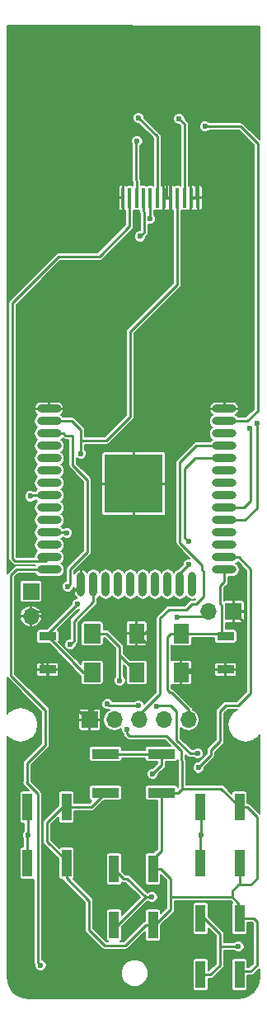
<source format=gbr>
G04 #@! TF.FileFunction,Copper,L1,Top,Signal*
%FSLAX46Y46*%
G04 Gerber Fmt 4.6, Leading zero omitted, Abs format (unit mm)*
G04 Created by KiCad (PCBNEW 4.0.4-stable) date 04/22/19 13:39:38*
%MOMM*%
%LPD*%
G01*
G04 APERTURE LIST*
%ADD10C,0.100000*%
%ADD11R,1.600000X2.000000*%
%ADD12R,1.700000X1.700000*%
%ADD13O,1.700000X1.700000*%
%ADD14R,1.700000X2.000000*%
%ADD15R,1.700000X0.900000*%
%ADD16O,2.500000X0.900000*%
%ADD17O,0.900000X2.500000*%
%ADD18R,6.000000X6.000000*%
%ADD19R,0.350000X2.000000*%
%ADD20R,1.000000X2.750000*%
%ADD21R,2.750000X1.000000*%
%ADD22C,0.600000*%
%ADD23C,0.250000*%
%ADD24C,0.200000*%
G04 APERTURE END LIST*
D10*
D11*
X103835200Y-113480600D03*
X103835200Y-109480600D03*
X108407200Y-109480600D03*
X108407200Y-113480600D03*
D12*
X99009200Y-118338600D03*
D13*
X101549200Y-118338600D03*
X104089200Y-118338600D03*
X106629200Y-118338600D03*
X109169200Y-118338600D03*
D14*
X99263200Y-109480600D03*
X99263200Y-113480600D03*
D15*
X94691200Y-113180600D03*
X94691200Y-109780600D03*
X112979200Y-113180600D03*
X112979200Y-109780600D03*
D16*
X112835200Y-86418600D03*
X112835200Y-87688600D03*
X112835200Y-88958600D03*
X112835200Y-90228600D03*
X112835200Y-91498600D03*
X112835200Y-92768600D03*
X112835200Y-94038600D03*
X112835200Y-95308600D03*
X112835200Y-96578600D03*
X112835200Y-97848600D03*
X112835200Y-99118600D03*
X112835200Y-100388600D03*
X112835200Y-101658600D03*
X112835200Y-102928600D03*
D17*
X109550200Y-104418600D03*
X108280200Y-104418600D03*
X107010200Y-104418600D03*
X105740200Y-104418600D03*
X104470200Y-104418600D03*
X103200200Y-104418600D03*
X101930200Y-104418600D03*
X100660200Y-104418600D03*
X99390200Y-104418600D03*
X98120200Y-104418600D03*
D16*
X94835200Y-102928600D03*
X94835200Y-101658600D03*
X94835200Y-100388600D03*
X94835200Y-99118600D03*
X94835200Y-97848600D03*
X94835200Y-96578600D03*
X94835200Y-95308600D03*
X94835200Y-94038600D03*
X94835200Y-92768600D03*
X94835200Y-91498600D03*
X94835200Y-90228600D03*
X94835200Y-88958600D03*
X94835200Y-87688600D03*
X94835200Y-86418600D03*
D18*
X103535200Y-94118600D03*
D12*
X92989400Y-105168700D03*
D13*
X92989400Y-107708700D03*
D12*
X113779300Y-107213400D03*
D13*
X111239300Y-107213400D03*
D19*
X110124000Y-64770000D03*
X109424000Y-64770000D03*
X108724000Y-64770000D03*
X108024000Y-64770000D03*
X107324000Y-64770000D03*
X106624000Y-64770000D03*
X105924000Y-64770000D03*
X105224000Y-64770000D03*
X104524000Y-64770000D03*
X103824000Y-64770000D03*
X103124000Y-64770000D03*
X102424000Y-64770000D03*
D20*
X110395000Y-138725000D03*
X110395000Y-144485000D03*
X114395000Y-144485000D03*
X114395000Y-138725000D03*
X92615000Y-127295000D03*
X92615000Y-133055000D03*
X96615000Y-133055000D03*
X96615000Y-127295000D03*
D21*
X106385000Y-121825000D03*
X100625000Y-121825000D03*
X100625000Y-125825000D03*
X106385000Y-125825000D03*
D20*
X110395000Y-127295000D03*
X110395000Y-133055000D03*
X114395000Y-133055000D03*
X114395000Y-127295000D03*
X101505000Y-133645000D03*
X101505000Y-139405000D03*
X105505000Y-139405000D03*
X105505000Y-133645000D03*
D22*
X102108000Y-114300000D03*
X102870000Y-119316500D03*
X99136200Y-109194600D03*
X98120200Y-91033600D03*
X105029000Y-107061000D03*
X108407200Y-113480600D03*
X103835200Y-109448600D03*
X108788200Y-86969600D03*
X98247200Y-86969600D03*
X96774000Y-104648000D03*
X97790000Y-106426000D03*
X99263200Y-113480600D03*
X95326200Y-89001600D03*
X107975400Y-107784900D03*
X103886000Y-58978800D03*
X110845600Y-57454800D03*
X104216200Y-68732400D03*
X115468400Y-88392000D03*
X116179600Y-87909400D03*
X105232200Y-66929000D03*
X96672400Y-99136200D03*
X108204000Y-56667400D03*
X92913200Y-95402400D03*
X104013000Y-56565800D03*
X110172500Y-123253500D03*
X109550200Y-104418600D03*
X109220000Y-102362000D03*
X110109000Y-121793000D03*
X105918000Y-116967000D03*
X104013000Y-116840000D03*
X100838000Y-116713000D03*
X97028000Y-110617000D03*
X93980000Y-143510000D03*
X109169200Y-100050600D03*
X114300000Y-141605000D03*
X92710000Y-130175000D03*
X105473500Y-123888500D03*
X110490000Y-130175000D03*
X105410000Y-136525000D03*
D23*
X105505000Y-139405000D02*
X104752500Y-139405000D01*
X96615000Y-134588000D02*
X96615000Y-133055000D01*
X98933000Y-136906000D02*
X96615000Y-134588000D01*
X98933000Y-139890500D02*
X98933000Y-136906000D01*
X100520500Y-141478000D02*
X98933000Y-139890500D01*
X102679500Y-141478000D02*
X100520500Y-141478000D01*
X104752500Y-139405000D02*
X102679500Y-141478000D01*
X108521500Y-125412500D02*
X108521500Y-122555000D01*
X102057200Y-114249200D02*
X102057200Y-111702600D01*
X102108000Y-114300000D02*
X102057200Y-114249200D01*
X102870000Y-119761000D02*
X102870000Y-119316500D01*
X103124000Y-120015000D02*
X102870000Y-119761000D01*
X106932602Y-120015000D02*
X103124000Y-120015000D01*
X108458000Y-121540398D02*
X106932602Y-120015000D01*
X108458000Y-122491500D02*
X108458000Y-121540398D01*
X108521500Y-122555000D02*
X108458000Y-122491500D01*
X106385000Y-125825000D02*
X108109000Y-125825000D01*
X112512500Y-125412500D02*
X114395000Y-127295000D01*
X108521500Y-125412500D02*
X112512500Y-125412500D01*
X108109000Y-125825000D02*
X108521500Y-125412500D01*
X114300000Y-135255000D02*
X115570000Y-135255000D01*
X115570000Y-135255000D02*
X116205000Y-134620000D01*
X116205000Y-134620000D02*
X116205000Y-128270000D01*
X116205000Y-128270000D02*
X115230000Y-127295000D01*
X115230000Y-127295000D02*
X114395000Y-127295000D01*
X106385000Y-125825000D02*
X106385000Y-131740000D01*
X106385000Y-131740000D02*
X105505000Y-132620000D01*
X105505000Y-132620000D02*
X105505000Y-133645000D01*
X114395000Y-138725000D02*
X115865000Y-138725000D01*
X115570000Y-144145000D02*
X114735000Y-144145000D01*
X116205000Y-143510000D02*
X115570000Y-144145000D01*
X116205000Y-139065000D02*
X116205000Y-143510000D01*
X115865000Y-138725000D02*
X116205000Y-139065000D01*
X114735000Y-144145000D02*
X114395000Y-144485000D01*
X113665000Y-136525000D02*
X113665000Y-135890000D01*
X114395000Y-135160000D02*
X114395000Y-133055000D01*
X113665000Y-135890000D02*
X114300000Y-135255000D01*
X114300000Y-135255000D02*
X114395000Y-135160000D01*
X107315000Y-136525000D02*
X113665000Y-136525000D01*
X114300000Y-137160000D02*
X114300000Y-138630000D01*
X113665000Y-136525000D02*
X114300000Y-137160000D01*
X114300000Y-138630000D02*
X114395000Y-138725000D01*
X105505000Y-139405000D02*
X105705000Y-139405000D01*
X105705000Y-139405000D02*
X107315000Y-137795000D01*
X106340000Y-133645000D02*
X105505000Y-133645000D01*
X107315000Y-134620000D02*
X106340000Y-133645000D01*
X107315000Y-137795000D02*
X107315000Y-136525000D01*
X107315000Y-136525000D02*
X107315000Y-134620000D01*
X96615000Y-127295000D02*
X99155000Y-127295000D01*
X99155000Y-127295000D02*
X100625000Y-125825000D01*
X96615000Y-133055000D02*
X96615000Y-132810000D01*
X96615000Y-132810000D02*
X94615000Y-130810000D01*
X94615000Y-130810000D02*
X94615000Y-128905000D01*
X94615000Y-128905000D02*
X96225000Y-127295000D01*
X96225000Y-127295000D02*
X96615000Y-127295000D01*
X108024000Y-64770000D02*
X108024000Y-73662200D01*
X100736400Y-89662000D02*
X98120200Y-89662000D01*
X103174800Y-87223600D02*
X100736400Y-89662000D01*
X103174800Y-78511400D02*
X103174800Y-87223600D01*
X108024000Y-73662200D02*
X103174800Y-78511400D01*
X99263200Y-109480600D02*
X100692200Y-109480600D01*
X100692200Y-109480600D02*
X102057200Y-110845600D01*
X102057200Y-110845600D02*
X102057200Y-111702600D01*
X102057200Y-111702600D02*
X103835200Y-113480600D01*
X99136200Y-109194600D02*
X99263200Y-109321600D01*
X99263200Y-109321600D02*
X99263200Y-109480600D01*
X94835200Y-87688600D02*
X97188200Y-87688600D01*
X98120200Y-88620600D02*
X98120200Y-89662000D01*
X98120200Y-89662000D02*
X98120200Y-91033600D01*
X97188200Y-87688600D02*
X98120200Y-88620600D01*
X94835200Y-86418600D02*
X92768600Y-86418600D01*
X107324000Y-67783600D02*
X107324000Y-64770000D01*
X106172000Y-68935600D02*
X107324000Y-67783600D01*
X106172000Y-70205600D02*
X106172000Y-68935600D01*
X104190800Y-72186800D02*
X106172000Y-70205600D01*
X95859600Y-72186800D02*
X104190800Y-72186800D01*
X92252800Y-75793600D02*
X95859600Y-72186800D01*
X92252800Y-85902800D02*
X92252800Y-75793600D01*
X92768600Y-86418600D02*
X92252800Y-85902800D01*
X112979200Y-113180600D02*
X114403400Y-113180600D01*
X114808000Y-108242100D02*
X113779300Y-107213400D01*
X114808000Y-112776000D02*
X114808000Y-108242100D01*
X114403400Y-113180600D02*
X114808000Y-112776000D01*
X103835200Y-109480600D02*
X104641400Y-109480600D01*
X105029000Y-109093000D02*
X105029000Y-107061000D01*
X104641400Y-109480600D02*
X105029000Y-109093000D01*
X95275400Y-107213400D02*
X93484700Y-107213400D01*
X93484700Y-107213400D02*
X92989400Y-107708700D01*
X106908600Y-64770000D02*
X106908600Y-56134000D01*
X106908600Y-56134000D02*
X106451400Y-55676800D01*
X107324000Y-64770000D02*
X106908600Y-64770000D01*
X106908600Y-64770000D02*
X106624000Y-64770000D01*
X110124000Y-64770000D02*
X109424000Y-64770000D01*
X102424000Y-64770000D02*
X102424000Y-55995800D01*
X102424000Y-55995800D02*
X102743000Y-55676800D01*
X102743000Y-55676800D02*
X106451400Y-55676800D01*
X109956600Y-56007000D02*
X109956600Y-64602600D01*
X106451400Y-55676800D02*
X109626400Y-55676800D01*
X109626400Y-55676800D02*
X109956600Y-56007000D01*
X109956600Y-64602600D02*
X110124000Y-64770000D01*
X108707200Y-113180600D02*
X108407200Y-113480600D01*
X103835200Y-109448600D02*
X103835200Y-109480600D01*
X99009200Y-118338600D02*
X99009200Y-117576600D01*
X99009200Y-117576600D02*
X100914200Y-115671600D01*
X100914200Y-115671600D02*
X104597200Y-115671600D01*
X104597200Y-115671600D02*
X105613200Y-114655600D01*
X105613200Y-114655600D02*
X105613200Y-111258600D01*
X105613200Y-111258600D02*
X103835200Y-109480600D01*
X98120200Y-104418600D02*
X98070200Y-104418600D01*
X98070200Y-104418600D02*
X95275400Y-107213400D01*
X95275400Y-107213400D02*
X93294200Y-109194600D01*
X93294200Y-109194600D02*
X93294200Y-111783600D01*
X93294200Y-111783600D02*
X94691200Y-113180600D01*
X112979200Y-113180600D02*
X108707200Y-113180600D01*
X99009200Y-118338600D02*
X98755200Y-118338600D01*
X98755200Y-118338600D02*
X94691200Y-114274600D01*
X94691200Y-114274600D02*
X94691200Y-113180600D01*
X112835200Y-86418600D02*
X109720200Y-86418600D01*
X109169200Y-86969600D02*
X108788200Y-86969600D01*
X109720200Y-86418600D02*
X109169200Y-86969600D01*
X94835200Y-86418600D02*
X98036200Y-86418600D01*
X98247200Y-86629600D02*
X98247200Y-86969600D01*
X98036200Y-86418600D02*
X98247200Y-86629600D01*
X94691200Y-109780600D02*
X94691200Y-109524800D01*
X94691200Y-109524800D02*
X97790000Y-106426000D01*
X96324600Y-88958600D02*
X94835200Y-88958600D01*
X96520000Y-89154000D02*
X96324600Y-88958600D01*
X97282000Y-89154000D02*
X96520000Y-89154000D01*
X97282000Y-92202000D02*
X97282000Y-89154000D01*
X98806000Y-93726000D02*
X97282000Y-92202000D01*
X98806000Y-101092000D02*
X98806000Y-93726000D01*
X97028000Y-102870000D02*
X98806000Y-101092000D01*
X97028000Y-104394000D02*
X97028000Y-102870000D01*
X96774000Y-104648000D02*
X97028000Y-104394000D01*
X94691200Y-109780600D02*
X94691200Y-109423200D01*
X98342200Y-113480600D02*
X97231200Y-112369600D01*
X97231200Y-112369600D02*
X97231200Y-112320600D01*
X94691200Y-109780600D02*
X97231200Y-112320600D01*
X99263200Y-113480600D02*
X98342200Y-113480600D01*
X95326200Y-89001600D02*
X95283200Y-88958600D01*
X95283200Y-88958600D02*
X94835200Y-88958600D01*
X112835200Y-102928600D02*
X112835200Y-104182400D01*
X112547400Y-106553000D02*
X112547400Y-109348800D01*
X112420400Y-106426000D02*
X112547400Y-106553000D01*
X112420400Y-104597200D02*
X112420400Y-106426000D01*
X112835200Y-104182400D02*
X112420400Y-104597200D01*
X112547400Y-109348800D02*
X112979200Y-109780600D01*
X109169200Y-118338600D02*
X109169200Y-117322600D01*
X107359200Y-109480600D02*
X108407200Y-109480600D01*
X107010200Y-109829600D02*
X107359200Y-109480600D01*
X107010200Y-115290600D02*
X107010200Y-109829600D01*
X107264200Y-115544600D02*
X107010200Y-115290600D01*
X107391200Y-115544600D02*
X107264200Y-115544600D01*
X109169200Y-117322600D02*
X107391200Y-115544600D01*
X112979200Y-103072600D02*
X112835200Y-102928600D01*
X108407200Y-109480600D02*
X112679200Y-109480600D01*
X112679200Y-109480600D02*
X112979200Y-109780600D01*
X108064300Y-107696000D02*
X110756700Y-107696000D01*
X107975400Y-107784900D02*
X108064300Y-107696000D01*
X110756700Y-107696000D02*
X111239300Y-107213400D01*
X112835200Y-87688600D02*
X115181200Y-87688600D01*
X103824000Y-63006200D02*
X103824000Y-64770000D01*
X103733600Y-62915800D02*
X103824000Y-63006200D01*
X103733600Y-59131200D02*
X103733600Y-62915800D01*
X103886000Y-58978800D02*
X103733600Y-59131200D01*
X114503200Y-57454800D02*
X110845600Y-57454800D01*
X116255800Y-59207400D02*
X114503200Y-57454800D01*
X116255800Y-86614000D02*
X116255800Y-59207400D01*
X115181200Y-87688600D02*
X116255800Y-86614000D01*
X112835200Y-96578600D02*
X114825600Y-96578600D01*
X104524000Y-66170000D02*
X104524000Y-64770000D01*
X104597200Y-66243200D02*
X104524000Y-66170000D01*
X104597200Y-68351400D02*
X104597200Y-66243200D01*
X104216200Y-68732400D02*
X104597200Y-68351400D01*
X115493800Y-88417400D02*
X115468400Y-88392000D01*
X115493800Y-95910400D02*
X115493800Y-88417400D01*
X114825600Y-96578600D02*
X115493800Y-95910400D01*
X114978000Y-97848600D02*
X116179600Y-96647000D01*
X116179600Y-96647000D02*
X116179600Y-87909400D01*
X105232200Y-66929000D02*
X105224000Y-66920800D01*
X105224000Y-64770000D02*
X105224000Y-66920800D01*
X114978000Y-97848600D02*
X112835200Y-97848600D01*
X108724000Y-64770000D02*
X108724000Y-57187400D01*
X96654800Y-99118600D02*
X94835200Y-99118600D01*
X96672400Y-99136200D02*
X96654800Y-99118600D01*
X108724000Y-57187400D02*
X108204000Y-56667400D01*
X103124000Y-64770000D02*
X103124000Y-67716400D01*
X91338400Y-102031800D02*
X94462000Y-102031800D01*
X91084400Y-101777800D02*
X91338400Y-102031800D01*
X91084400Y-75590400D02*
X91084400Y-101777800D01*
X95834200Y-70840600D02*
X91084400Y-75590400D01*
X99999800Y-70840600D02*
X95834200Y-70840600D01*
X103124000Y-67716400D02*
X99999800Y-70840600D01*
X94462000Y-102031800D02*
X94835200Y-101658600D01*
X105924000Y-64770000D02*
X105924000Y-58476800D01*
X93007000Y-95308600D02*
X94835200Y-95308600D01*
X92913200Y-95402400D02*
X93007000Y-95308600D01*
X105924000Y-58476800D02*
X104013000Y-56565800D01*
X114358600Y-101658600D02*
X115570000Y-102870000D01*
X115570000Y-102870000D02*
X115570000Y-115570000D01*
X115570000Y-115570000D02*
X114300000Y-116840000D01*
X114300000Y-116840000D02*
X113030000Y-116840000D01*
X113030000Y-116840000D02*
X112395000Y-117475000D01*
X112395000Y-117475000D02*
X112395000Y-120523000D01*
X114358600Y-101658600D02*
X112835200Y-101658600D01*
X111442500Y-121475500D02*
X112395000Y-120523000D01*
X111442500Y-121983500D02*
X111442500Y-121475500D01*
X110172500Y-123253500D02*
X111442500Y-121983500D01*
X109220000Y-102362000D02*
X108280200Y-103301800D01*
X108280200Y-104418600D02*
X108280200Y-103301800D01*
X99390200Y-104418600D02*
X99390200Y-106222800D01*
X109347000Y-121793000D02*
X110109000Y-121793000D01*
X107950000Y-120396000D02*
X109347000Y-121793000D01*
X107950000Y-117475000D02*
X107950000Y-120396000D01*
X107315000Y-116840000D02*
X107950000Y-117475000D01*
X106045000Y-116840000D02*
X107315000Y-116840000D01*
X105918000Y-116967000D02*
X106045000Y-116840000D01*
X100965000Y-116840000D02*
X104013000Y-116840000D01*
X100838000Y-116713000D02*
X100965000Y-116840000D01*
X97409000Y-110236000D02*
X97028000Y-110617000D01*
X97409000Y-108204000D02*
X97409000Y-110236000D01*
X99390200Y-106222800D02*
X97409000Y-108204000D01*
X92583000Y-124714000D02*
X92519500Y-124777500D01*
X93662500Y-142557500D02*
X93662500Y-127317500D01*
X93662500Y-127317500D02*
X93662500Y-125920500D01*
X93662500Y-125920500D02*
X92519500Y-124777500D01*
X94835200Y-102928600D02*
X91508400Y-102928600D01*
X94488000Y-120904000D02*
X92583000Y-122809000D01*
X94488000Y-117348000D02*
X94488000Y-120904000D01*
X90932000Y-113792000D02*
X94488000Y-117348000D01*
X90932000Y-103505000D02*
X90932000Y-113792000D01*
X91508400Y-102928600D02*
X90932000Y-103505000D01*
X92583000Y-122809000D02*
X92583000Y-124714000D01*
X93662500Y-143192500D02*
X93662500Y-142557500D01*
X93980000Y-143510000D02*
X93662500Y-143192500D01*
X110705900Y-104432100D02*
X110705900Y-103098600D01*
X110705900Y-103098600D02*
X110566200Y-102958900D01*
X107111800Y-107061000D02*
X108902500Y-107061000D01*
X110705900Y-105664000D02*
X110705900Y-104432100D01*
X110705900Y-104432100D02*
X110705900Y-104394000D01*
X109943900Y-106426000D02*
X110705900Y-105664000D01*
X109537500Y-106426000D02*
X109943900Y-106426000D01*
X108902500Y-107061000D02*
X109537500Y-106426000D01*
X104089200Y-118338600D02*
X104089200Y-117830600D01*
X104089200Y-117830600D02*
X106248200Y-115671600D01*
X106248200Y-115671600D02*
X106248200Y-107924600D01*
X106248200Y-107924600D02*
X107111800Y-107061000D01*
X107111800Y-107061000D02*
X107137200Y-107035600D01*
X109974200Y-90228600D02*
X112835200Y-90228600D01*
X108280200Y-100177600D02*
X108280200Y-91922600D01*
X110566200Y-102463600D02*
X108280200Y-100177600D01*
X110566200Y-102958900D02*
X110566200Y-102463600D01*
X108280200Y-91922600D02*
X109974200Y-90228600D01*
X110566200Y-102971600D02*
X110566200Y-102958900D01*
X112835200Y-91498600D02*
X109847200Y-91498600D01*
X108788200Y-99669600D02*
X109169200Y-100050600D01*
X108788200Y-92557600D02*
X108788200Y-99669600D01*
X109847200Y-91498600D02*
X108788200Y-92557600D01*
X112395000Y-141605000D02*
X114300000Y-141605000D01*
X110395000Y-144485000D02*
X111420000Y-144485000D01*
X112395000Y-140335000D02*
X110785000Y-138725000D01*
X112395000Y-143510000D02*
X112395000Y-141605000D01*
X112395000Y-141605000D02*
X112395000Y-140335000D01*
X111420000Y-144485000D02*
X112395000Y-143510000D01*
X110785000Y-138725000D02*
X110395000Y-138725000D01*
X92710000Y-130175000D02*
X92710000Y-127390000D01*
X92710000Y-127390000D02*
X92615000Y-127295000D01*
X92615000Y-133055000D02*
X92615000Y-130270000D01*
X92615000Y-130270000D02*
X92710000Y-130175000D01*
X106385000Y-121825000D02*
X106385000Y-122977000D01*
X106385000Y-122977000D02*
X105473500Y-123888500D01*
X100625000Y-121825000D02*
X102267000Y-121825000D01*
X102267000Y-121825000D02*
X106385000Y-121825000D01*
X110490000Y-130175000D02*
X110490000Y-127390000D01*
X110490000Y-127390000D02*
X110395000Y-127295000D01*
X110395000Y-133055000D02*
X110395000Y-130270000D01*
X110395000Y-130270000D02*
X110490000Y-130175000D01*
X105410000Y-136525000D02*
X104775000Y-136525000D01*
X104775000Y-136525000D02*
X102870000Y-134620000D01*
X102480000Y-134620000D02*
X101505000Y-133645000D01*
X102870000Y-134620000D02*
X102480000Y-134620000D01*
X101505000Y-139405000D02*
X101895000Y-139405000D01*
X101895000Y-139405000D02*
X104775000Y-136525000D01*
D24*
G36*
X96219479Y-89454520D02*
X96286586Y-89499359D01*
X96357360Y-89546649D01*
X96520000Y-89579000D01*
X96857000Y-89579000D01*
X96857000Y-92202000D01*
X96879527Y-92315249D01*
X96889351Y-92364641D01*
X96981480Y-92502520D01*
X98381000Y-93902041D01*
X98381000Y-100915959D01*
X96727480Y-102569480D01*
X96635351Y-102707359D01*
X96635351Y-102707360D01*
X96603000Y-102870000D01*
X96603000Y-104069455D01*
X96434571Y-104139048D01*
X96265641Y-104307683D01*
X96174104Y-104528129D01*
X96173896Y-104766824D01*
X96265048Y-104987429D01*
X96433683Y-105156359D01*
X96654129Y-105247896D01*
X96892824Y-105248104D01*
X97113429Y-105156952D01*
X97282359Y-104988317D01*
X97370200Y-104776772D01*
X97370200Y-105268600D01*
X97446425Y-105551807D01*
X97625226Y-105784286D01*
X97697523Y-105825919D01*
X97671176Y-105825896D01*
X97450571Y-105917048D01*
X97281641Y-106085683D01*
X97190104Y-106306129D01*
X97190000Y-106424960D01*
X94598276Y-109016684D01*
X94557859Y-109024723D01*
X93841200Y-109024723D01*
X93730027Y-109045642D01*
X93627921Y-109111345D01*
X93559422Y-109211597D01*
X93535323Y-109330600D01*
X93535323Y-110230600D01*
X93556242Y-110341773D01*
X93621945Y-110443879D01*
X93722197Y-110512378D01*
X93841200Y-110536477D01*
X94846037Y-110536477D01*
X96837744Y-112528185D01*
X96838551Y-112532241D01*
X96930680Y-112670120D01*
X98041679Y-113781120D01*
X98070739Y-113800537D01*
X98107323Y-113824982D01*
X98107323Y-114480600D01*
X98128242Y-114591773D01*
X98193945Y-114693879D01*
X98294197Y-114762378D01*
X98413200Y-114786477D01*
X100113200Y-114786477D01*
X100224373Y-114765558D01*
X100326479Y-114699855D01*
X100394978Y-114599603D01*
X100419077Y-114480600D01*
X100419077Y-112480600D01*
X100398158Y-112369427D01*
X100332455Y-112267321D01*
X100232203Y-112198822D01*
X100113200Y-112174723D01*
X98413200Y-112174723D01*
X98302027Y-112195642D01*
X98199921Y-112261345D01*
X98131422Y-112361597D01*
X98107323Y-112480600D01*
X98107323Y-112644682D01*
X97624656Y-112162016D01*
X97623849Y-112157960D01*
X97564461Y-112069080D01*
X97531720Y-112020079D01*
X95829422Y-110317782D01*
X95847077Y-110230600D01*
X95847077Y-109330600D01*
X95826158Y-109219427D01*
X95760455Y-109117321D01*
X95724373Y-109092667D01*
X97791039Y-107026001D01*
X97908824Y-107026104D01*
X98040097Y-106971863D01*
X97108480Y-107903480D01*
X97016351Y-108041359D01*
X97016351Y-108041360D01*
X96984000Y-108204000D01*
X96984000Y-110016961D01*
X96909176Y-110016896D01*
X96688571Y-110108048D01*
X96519641Y-110276683D01*
X96428104Y-110497129D01*
X96427896Y-110735824D01*
X96519048Y-110956429D01*
X96687683Y-111125359D01*
X96908129Y-111216896D01*
X97146824Y-111217104D01*
X97367429Y-111125952D01*
X97536359Y-110957317D01*
X97627896Y-110736871D01*
X97628000Y-110618041D01*
X97709520Y-110536521D01*
X97801648Y-110398641D01*
X97801649Y-110398640D01*
X97834000Y-110236000D01*
X97834000Y-108480600D01*
X98107323Y-108480600D01*
X98107323Y-110480600D01*
X98128242Y-110591773D01*
X98193945Y-110693879D01*
X98294197Y-110762378D01*
X98413200Y-110786477D01*
X100113200Y-110786477D01*
X100224373Y-110765558D01*
X100326479Y-110699855D01*
X100394978Y-110599603D01*
X100419077Y-110480600D01*
X100419077Y-109905600D01*
X100516160Y-109905600D01*
X101632200Y-111021641D01*
X101632200Y-113927181D01*
X101599641Y-113959683D01*
X101508104Y-114180129D01*
X101507896Y-114418824D01*
X101599048Y-114639429D01*
X101767683Y-114808359D01*
X101988129Y-114899896D01*
X102226824Y-114900104D01*
X102447429Y-114808952D01*
X102616359Y-114640317D01*
X102707896Y-114419871D01*
X102708104Y-114181176D01*
X102616952Y-113960571D01*
X102482200Y-113825583D01*
X102482200Y-112728640D01*
X102729323Y-112975764D01*
X102729323Y-114480600D01*
X102750242Y-114591773D01*
X102815945Y-114693879D01*
X102916197Y-114762378D01*
X103035200Y-114786477D01*
X104635200Y-114786477D01*
X104746373Y-114765558D01*
X104848479Y-114699855D01*
X104916978Y-114599603D01*
X104941077Y-114480600D01*
X104941077Y-112480600D01*
X104920158Y-112369427D01*
X104854455Y-112267321D01*
X104754203Y-112198822D01*
X104635200Y-112174723D01*
X103130363Y-112174723D01*
X102482200Y-111526560D01*
X102482200Y-110845600D01*
X102460186Y-110734928D01*
X102449849Y-110682959D01*
X102357721Y-110545080D01*
X101418241Y-109605600D01*
X102735200Y-109605600D01*
X102735200Y-110540274D01*
X102780872Y-110650537D01*
X102865264Y-110734928D01*
X102975527Y-110780600D01*
X103710200Y-110780600D01*
X103785200Y-110705600D01*
X103785200Y-109530600D01*
X103885200Y-109530600D01*
X103885200Y-110705600D01*
X103960200Y-110780600D01*
X104694873Y-110780600D01*
X104805136Y-110734928D01*
X104889528Y-110650537D01*
X104935200Y-110540274D01*
X104935200Y-109605600D01*
X104860200Y-109530600D01*
X103885200Y-109530600D01*
X103785200Y-109530600D01*
X102810200Y-109530600D01*
X102735200Y-109605600D01*
X101418241Y-109605600D01*
X100992720Y-109180080D01*
X100854841Y-109087951D01*
X100827857Y-109082584D01*
X100692200Y-109055600D01*
X100419077Y-109055600D01*
X100419077Y-108480600D01*
X100407849Y-108420926D01*
X102735200Y-108420926D01*
X102735200Y-109355600D01*
X102810200Y-109430600D01*
X103785200Y-109430600D01*
X103785200Y-108255600D01*
X103885200Y-108255600D01*
X103885200Y-109430600D01*
X104860200Y-109430600D01*
X104935200Y-109355600D01*
X104935200Y-108420926D01*
X104889528Y-108310663D01*
X104805136Y-108226272D01*
X104694873Y-108180600D01*
X103960200Y-108180600D01*
X103885200Y-108255600D01*
X103785200Y-108255600D01*
X103710200Y-108180600D01*
X102975527Y-108180600D01*
X102865264Y-108226272D01*
X102780872Y-108310663D01*
X102735200Y-108420926D01*
X100407849Y-108420926D01*
X100398158Y-108369427D01*
X100332455Y-108267321D01*
X100232203Y-108198822D01*
X100113200Y-108174723D01*
X98413200Y-108174723D01*
X98302027Y-108195642D01*
X98199921Y-108261345D01*
X98131422Y-108361597D01*
X98107323Y-108480600D01*
X97834000Y-108480600D01*
X97834000Y-108380040D01*
X99690720Y-106523320D01*
X99782849Y-106385441D01*
X99815200Y-106222800D01*
X99815200Y-105849676D01*
X99920530Y-105779296D01*
X100025200Y-105622647D01*
X100129870Y-105779296D01*
X100373187Y-105941876D01*
X100660200Y-105998966D01*
X100947213Y-105941876D01*
X101190530Y-105779296D01*
X101295200Y-105622647D01*
X101399870Y-105779296D01*
X101643187Y-105941876D01*
X101930200Y-105998966D01*
X102217213Y-105941876D01*
X102460530Y-105779296D01*
X102565200Y-105622647D01*
X102669870Y-105779296D01*
X102913187Y-105941876D01*
X103200200Y-105998966D01*
X103487213Y-105941876D01*
X103730530Y-105779296D01*
X103835200Y-105622647D01*
X103939870Y-105779296D01*
X104183187Y-105941876D01*
X104470200Y-105998966D01*
X104757213Y-105941876D01*
X105000530Y-105779296D01*
X105105200Y-105622647D01*
X105209870Y-105779296D01*
X105453187Y-105941876D01*
X105740200Y-105998966D01*
X106027213Y-105941876D01*
X106270530Y-105779296D01*
X106375200Y-105622647D01*
X106479870Y-105779296D01*
X106723187Y-105941876D01*
X107010200Y-105998966D01*
X107297213Y-105941876D01*
X107540530Y-105779296D01*
X107645200Y-105622647D01*
X107749870Y-105779296D01*
X107993187Y-105941876D01*
X108280200Y-105998966D01*
X108567213Y-105941876D01*
X108810530Y-105779296D01*
X108915200Y-105622647D01*
X109019870Y-105779296D01*
X109263187Y-105941876D01*
X109550200Y-105998966D01*
X109824444Y-105944416D01*
X109767860Y-106001000D01*
X109537500Y-106001000D01*
X109374859Y-106033351D01*
X109236980Y-106125479D01*
X108726460Y-106636000D01*
X107264895Y-106636000D01*
X107137200Y-106610601D01*
X106974559Y-106642951D01*
X106836680Y-106735080D01*
X106811283Y-106760477D01*
X106811280Y-106760479D01*
X105947680Y-107624080D01*
X105855551Y-107761959D01*
X105850988Y-107784900D01*
X105823200Y-107924600D01*
X105823200Y-115495560D01*
X104608566Y-116710194D01*
X104521952Y-116500571D01*
X104353317Y-116331641D01*
X104132871Y-116240104D01*
X103894176Y-116239896D01*
X103673571Y-116331048D01*
X103589472Y-116415000D01*
X101364070Y-116415000D01*
X101346952Y-116373571D01*
X101178317Y-116204641D01*
X100957871Y-116113104D01*
X100719176Y-116112896D01*
X100498571Y-116204048D01*
X100329641Y-116372683D01*
X100238104Y-116593129D01*
X100237896Y-116831824D01*
X100329048Y-117052429D01*
X100497683Y-117221359D01*
X100718129Y-117312896D01*
X100956824Y-117313104D01*
X101073245Y-117265000D01*
X101092066Y-117265000D01*
X100736027Y-117502897D01*
X100486739Y-117875984D01*
X100399200Y-118316070D01*
X100399200Y-118361130D01*
X100486739Y-118801216D01*
X100736027Y-119174303D01*
X101109114Y-119423591D01*
X101549200Y-119511130D01*
X101989286Y-119423591D01*
X102270070Y-119235978D01*
X102269896Y-119435324D01*
X102361048Y-119655929D01*
X102445000Y-119740028D01*
X102445000Y-119761000D01*
X102463173Y-119852360D01*
X102477351Y-119923641D01*
X102569480Y-120061520D01*
X102823479Y-120315520D01*
X102890586Y-120360359D01*
X102961360Y-120407649D01*
X103124000Y-120440000D01*
X106756562Y-120440000D01*
X107335685Y-121019123D01*
X105010000Y-121019123D01*
X104898827Y-121040042D01*
X104796721Y-121105745D01*
X104728222Y-121205997D01*
X104704123Y-121325000D01*
X104704123Y-121400000D01*
X102305877Y-121400000D01*
X102305877Y-121325000D01*
X102284958Y-121213827D01*
X102219255Y-121111721D01*
X102119003Y-121043222D01*
X102000000Y-121019123D01*
X99250000Y-121019123D01*
X99138827Y-121040042D01*
X99036721Y-121105745D01*
X98968222Y-121205997D01*
X98944123Y-121325000D01*
X98944123Y-122325000D01*
X98965042Y-122436173D01*
X99030745Y-122538279D01*
X99130997Y-122606778D01*
X99250000Y-122630877D01*
X102000000Y-122630877D01*
X102111173Y-122609958D01*
X102213279Y-122544255D01*
X102281778Y-122444003D01*
X102305877Y-122325000D01*
X102305877Y-122250000D01*
X104704123Y-122250000D01*
X104704123Y-122325000D01*
X104725042Y-122436173D01*
X104790745Y-122538279D01*
X104890997Y-122606778D01*
X105010000Y-122630877D01*
X105960000Y-122630877D01*
X105960000Y-122800959D01*
X105472461Y-123288499D01*
X105354676Y-123288396D01*
X105134071Y-123379548D01*
X104965141Y-123548183D01*
X104873604Y-123768629D01*
X104873396Y-124007324D01*
X104964548Y-124227929D01*
X105133183Y-124396859D01*
X105353629Y-124488396D01*
X105592324Y-124488604D01*
X105812929Y-124397452D01*
X105981859Y-124228817D01*
X106073396Y-124008371D01*
X106073500Y-123889541D01*
X106685521Y-123277520D01*
X106777649Y-123139641D01*
X106810000Y-122977000D01*
X106810000Y-122630877D01*
X107760000Y-122630877D01*
X107871173Y-122609958D01*
X107973279Y-122544255D01*
X108033000Y-122456850D01*
X108033000Y-122491500D01*
X108045631Y-122555000D01*
X108065351Y-122654141D01*
X108096500Y-122700758D01*
X108096500Y-125236460D01*
X108056705Y-125276255D01*
X108044958Y-125213827D01*
X107979255Y-125111721D01*
X107879003Y-125043222D01*
X107760000Y-125019123D01*
X105010000Y-125019123D01*
X104898827Y-125040042D01*
X104796721Y-125105745D01*
X104728222Y-125205997D01*
X104704123Y-125325000D01*
X104704123Y-126325000D01*
X104725042Y-126436173D01*
X104790745Y-126538279D01*
X104890997Y-126606778D01*
X105010000Y-126630877D01*
X105960000Y-126630877D01*
X105960000Y-131563960D01*
X105559837Y-131964123D01*
X105005000Y-131964123D01*
X104893827Y-131985042D01*
X104791721Y-132050745D01*
X104723222Y-132150997D01*
X104699123Y-132270000D01*
X104699123Y-135020000D01*
X104720042Y-135131173D01*
X104785745Y-135233279D01*
X104885997Y-135301778D01*
X105005000Y-135325877D01*
X106005000Y-135325877D01*
X106116173Y-135304958D01*
X106218279Y-135239255D01*
X106286778Y-135139003D01*
X106310877Y-135020000D01*
X106310877Y-134216917D01*
X106890000Y-134796041D01*
X106890000Y-137618960D01*
X106310877Y-138198083D01*
X106310877Y-138030000D01*
X106289958Y-137918827D01*
X106224255Y-137816721D01*
X106124003Y-137748222D01*
X106005000Y-137724123D01*
X105005000Y-137724123D01*
X104893827Y-137745042D01*
X104791721Y-137810745D01*
X104723222Y-137910997D01*
X104699123Y-138030000D01*
X104699123Y-138990617D01*
X104589859Y-139012351D01*
X104451980Y-139104479D01*
X102503460Y-141053000D01*
X102134756Y-141053000D01*
X102218279Y-140999255D01*
X102286778Y-140899003D01*
X102310877Y-140780000D01*
X102310877Y-139590163D01*
X104951040Y-136950000D01*
X104986470Y-136950000D01*
X105069683Y-137033359D01*
X105290129Y-137124896D01*
X105528824Y-137125104D01*
X105749429Y-137033952D01*
X105918359Y-136865317D01*
X106009896Y-136644871D01*
X106010104Y-136406176D01*
X105918952Y-136185571D01*
X105750317Y-136016641D01*
X105529871Y-135925104D01*
X105291176Y-135924896D01*
X105070571Y-136016048D01*
X104986472Y-136100000D01*
X104951040Y-136100000D01*
X103170520Y-134319480D01*
X103032641Y-134227351D01*
X103005657Y-134221984D01*
X102870000Y-134195000D01*
X102656041Y-134195000D01*
X102310877Y-133849836D01*
X102310877Y-132270000D01*
X102289958Y-132158827D01*
X102224255Y-132056721D01*
X102124003Y-131988222D01*
X102005000Y-131964123D01*
X101005000Y-131964123D01*
X100893827Y-131985042D01*
X100791721Y-132050745D01*
X100723222Y-132150997D01*
X100699123Y-132270000D01*
X100699123Y-135020000D01*
X100720042Y-135131173D01*
X100785745Y-135233279D01*
X100885997Y-135301778D01*
X101005000Y-135325877D01*
X102005000Y-135325877D01*
X102116173Y-135304958D01*
X102218279Y-135239255D01*
X102286778Y-135139003D01*
X102310877Y-135020000D01*
X102310877Y-135008317D01*
X102317360Y-135012649D01*
X102480000Y-135045000D01*
X102693960Y-135045000D01*
X104173960Y-136525000D01*
X102310877Y-138388083D01*
X102310877Y-138030000D01*
X102289958Y-137918827D01*
X102224255Y-137816721D01*
X102124003Y-137748222D01*
X102005000Y-137724123D01*
X101005000Y-137724123D01*
X100893827Y-137745042D01*
X100791721Y-137810745D01*
X100723222Y-137910997D01*
X100699123Y-138030000D01*
X100699123Y-140780000D01*
X100720042Y-140891173D01*
X100785745Y-140993279D01*
X100873150Y-141053000D01*
X100696540Y-141053000D01*
X99358000Y-139714460D01*
X99358000Y-136906000D01*
X99325649Y-136743360D01*
X99325649Y-136743359D01*
X99233520Y-136605480D01*
X97297257Y-134669217D01*
X97328279Y-134649255D01*
X97396778Y-134549003D01*
X97420877Y-134430000D01*
X97420877Y-131680000D01*
X97399958Y-131568827D01*
X97334255Y-131466721D01*
X97234003Y-131398222D01*
X97115000Y-131374123D01*
X96115000Y-131374123D01*
X96003827Y-131395042D01*
X95901721Y-131460745D01*
X95887540Y-131481500D01*
X95040000Y-130633960D01*
X95040000Y-129081040D01*
X95809123Y-128311917D01*
X95809123Y-128670000D01*
X95830042Y-128781173D01*
X95895745Y-128883279D01*
X95995997Y-128951778D01*
X96115000Y-128975877D01*
X97115000Y-128975877D01*
X97226173Y-128954958D01*
X97328279Y-128889255D01*
X97396778Y-128789003D01*
X97420877Y-128670000D01*
X97420877Y-127720000D01*
X99155000Y-127720000D01*
X99290657Y-127693016D01*
X99317641Y-127687649D01*
X99455520Y-127595520D01*
X100420163Y-126630877D01*
X102000000Y-126630877D01*
X102111173Y-126609958D01*
X102213279Y-126544255D01*
X102281778Y-126444003D01*
X102305877Y-126325000D01*
X102305877Y-125325000D01*
X102284958Y-125213827D01*
X102219255Y-125111721D01*
X102119003Y-125043222D01*
X102000000Y-125019123D01*
X99250000Y-125019123D01*
X99138827Y-125040042D01*
X99036721Y-125105745D01*
X98968222Y-125205997D01*
X98944123Y-125325000D01*
X98944123Y-126325000D01*
X98965042Y-126436173D01*
X99030745Y-126538279D01*
X99130997Y-126606778D01*
X99223458Y-126625502D01*
X98978960Y-126870000D01*
X97420877Y-126870000D01*
X97420877Y-125920000D01*
X97399958Y-125808827D01*
X97334255Y-125706721D01*
X97234003Y-125638222D01*
X97115000Y-125614123D01*
X96115000Y-125614123D01*
X96003827Y-125635042D01*
X95901721Y-125700745D01*
X95833222Y-125800997D01*
X95809123Y-125920000D01*
X95809123Y-127109837D01*
X94314480Y-128604480D01*
X94222351Y-128742359D01*
X94222351Y-128742360D01*
X94190000Y-128905000D01*
X94190000Y-130810000D01*
X94216984Y-130945657D01*
X94222351Y-130972641D01*
X94314480Y-131110520D01*
X95809123Y-132605163D01*
X95809123Y-134430000D01*
X95830042Y-134541173D01*
X95895745Y-134643279D01*
X95995997Y-134711778D01*
X96115000Y-134735877D01*
X96219414Y-134735877D01*
X96222351Y-134750641D01*
X96314480Y-134888520D01*
X98508000Y-137082040D01*
X98508000Y-139890500D01*
X98518314Y-139942351D01*
X98540351Y-140053141D01*
X98632480Y-140191020D01*
X100219980Y-141778520D01*
X100357859Y-141870649D01*
X100384843Y-141876016D01*
X100520500Y-141903000D01*
X102679500Y-141903000D01*
X102815157Y-141876016D01*
X102842141Y-141870649D01*
X102980020Y-141778520D01*
X104699123Y-140059418D01*
X104699123Y-140780000D01*
X104720042Y-140891173D01*
X104785745Y-140993279D01*
X104885997Y-141061778D01*
X105005000Y-141085877D01*
X106005000Y-141085877D01*
X106116173Y-141064958D01*
X106218279Y-140999255D01*
X106286778Y-140899003D01*
X106310877Y-140780000D01*
X106310877Y-139400163D01*
X107615520Y-138095520D01*
X107707649Y-137957641D01*
X107740000Y-137795000D01*
X107740000Y-137350000D01*
X109589123Y-137350000D01*
X109589123Y-140100000D01*
X109610042Y-140211173D01*
X109675745Y-140313279D01*
X109775997Y-140381778D01*
X109895000Y-140405877D01*
X110895000Y-140405877D01*
X111006173Y-140384958D01*
X111108279Y-140319255D01*
X111176778Y-140219003D01*
X111200877Y-140100000D01*
X111200877Y-139741917D01*
X111970000Y-140511040D01*
X111970000Y-143333959D01*
X111243960Y-144060000D01*
X111200877Y-144060000D01*
X111200877Y-143110000D01*
X111179958Y-142998827D01*
X111114255Y-142896721D01*
X111014003Y-142828222D01*
X110895000Y-142804123D01*
X109895000Y-142804123D01*
X109783827Y-142825042D01*
X109681721Y-142890745D01*
X109613222Y-142990997D01*
X109589123Y-143110000D01*
X109589123Y-145860000D01*
X109610042Y-145971173D01*
X109675745Y-146073279D01*
X109775997Y-146141778D01*
X109895000Y-146165877D01*
X110895000Y-146165877D01*
X111006173Y-146144958D01*
X111108279Y-146079255D01*
X111176778Y-145979003D01*
X111200877Y-145860000D01*
X111200877Y-144910000D01*
X111420000Y-144910000D01*
X111555657Y-144883016D01*
X111582641Y-144877649D01*
X111720520Y-144785520D01*
X112695520Y-143810521D01*
X112787648Y-143672641D01*
X112787649Y-143672640D01*
X112820000Y-143510000D01*
X112820000Y-142030000D01*
X113876470Y-142030000D01*
X113959683Y-142113359D01*
X114180129Y-142204896D01*
X114418824Y-142205104D01*
X114639429Y-142113952D01*
X114808359Y-141945317D01*
X114899896Y-141724871D01*
X114900104Y-141486176D01*
X114808952Y-141265571D01*
X114640317Y-141096641D01*
X114419871Y-141005104D01*
X114181176Y-141004896D01*
X113960571Y-141096048D01*
X113876472Y-141180000D01*
X112820000Y-141180000D01*
X112820000Y-140335000D01*
X112796927Y-140219003D01*
X112787649Y-140172359D01*
X112695520Y-140034480D01*
X111200877Y-138539837D01*
X111200877Y-137350000D01*
X111179958Y-137238827D01*
X111114255Y-137136721D01*
X111014003Y-137068222D01*
X110895000Y-137044123D01*
X109895000Y-137044123D01*
X109783827Y-137065042D01*
X109681721Y-137130745D01*
X109613222Y-137230997D01*
X109589123Y-137350000D01*
X107740000Y-137350000D01*
X107740000Y-136950000D01*
X113488960Y-136950000D01*
X113676843Y-137137884D01*
X113613222Y-137230997D01*
X113589123Y-137350000D01*
X113589123Y-140100000D01*
X113610042Y-140211173D01*
X113675745Y-140313279D01*
X113775997Y-140381778D01*
X113895000Y-140405877D01*
X114895000Y-140405877D01*
X115006173Y-140384958D01*
X115108279Y-140319255D01*
X115176778Y-140219003D01*
X115200877Y-140100000D01*
X115200877Y-139150000D01*
X115688960Y-139150000D01*
X115780000Y-139241041D01*
X115780000Y-143333959D01*
X115393960Y-143720000D01*
X115200877Y-143720000D01*
X115200877Y-143110000D01*
X115179958Y-142998827D01*
X115114255Y-142896721D01*
X115014003Y-142828222D01*
X114895000Y-142804123D01*
X113895000Y-142804123D01*
X113783827Y-142825042D01*
X113681721Y-142890745D01*
X113613222Y-142990997D01*
X113589123Y-143110000D01*
X113589123Y-145860000D01*
X113610042Y-145971173D01*
X113675745Y-146073279D01*
X113775997Y-146141778D01*
X113895000Y-146165877D01*
X114895000Y-146165877D01*
X115006173Y-146144958D01*
X115108279Y-146079255D01*
X115176778Y-145979003D01*
X115200877Y-145860000D01*
X115200877Y-144570000D01*
X115570000Y-144570000D01*
X115705657Y-144543016D01*
X115732641Y-144537649D01*
X115870520Y-144445520D01*
X116465000Y-143851041D01*
X116465000Y-144743068D01*
X116293412Y-145605697D01*
X115825691Y-146305691D01*
X115125697Y-146773412D01*
X114263068Y-146945000D01*
X92746932Y-146945000D01*
X91884303Y-146773412D01*
X91184309Y-146305691D01*
X90716588Y-145605697D01*
X90545000Y-144743068D01*
X90545000Y-144612756D01*
X102231757Y-144612756D01*
X102444445Y-145127500D01*
X102837928Y-145521670D01*
X103352301Y-145735257D01*
X103909256Y-145735743D01*
X104424000Y-145523055D01*
X104818170Y-145129572D01*
X105031757Y-144615199D01*
X105032243Y-144058244D01*
X104819555Y-143543500D01*
X104426072Y-143149330D01*
X103911699Y-142935743D01*
X103354744Y-142935257D01*
X102840000Y-143147945D01*
X102445830Y-143541428D01*
X102232243Y-144055801D01*
X102231757Y-144612756D01*
X90545000Y-144612756D01*
X90545000Y-120021454D01*
X90616035Y-120127765D01*
X91203838Y-120520523D01*
X91897200Y-120658441D01*
X92590562Y-120520523D01*
X93178365Y-120127765D01*
X93571123Y-119539962D01*
X93709041Y-118846600D01*
X93571123Y-118153238D01*
X93178365Y-117565435D01*
X92590562Y-117172677D01*
X91897200Y-117034759D01*
X91203838Y-117172677D01*
X90616035Y-117565435D01*
X90545000Y-117671746D01*
X90545000Y-113963095D01*
X90631480Y-114092520D01*
X94063000Y-117524041D01*
X94063000Y-120727960D01*
X92282480Y-122508480D01*
X92190351Y-122646359D01*
X92190351Y-122646360D01*
X92158000Y-122809000D01*
X92158000Y-124568242D01*
X92126851Y-124614859D01*
X92094501Y-124777500D01*
X92126851Y-124940141D01*
X92218980Y-125078020D01*
X92755083Y-125614123D01*
X92115000Y-125614123D01*
X92003827Y-125635042D01*
X91901721Y-125700745D01*
X91833222Y-125800997D01*
X91809123Y-125920000D01*
X91809123Y-128670000D01*
X91830042Y-128781173D01*
X91895745Y-128883279D01*
X91995997Y-128951778D01*
X92115000Y-128975877D01*
X92285000Y-128975877D01*
X92285000Y-129751470D01*
X92201641Y-129834683D01*
X92110104Y-130055129D01*
X92109896Y-130293824D01*
X92190000Y-130487691D01*
X92190000Y-131374123D01*
X92115000Y-131374123D01*
X92003827Y-131395042D01*
X91901721Y-131460745D01*
X91833222Y-131560997D01*
X91809123Y-131680000D01*
X91809123Y-134430000D01*
X91830042Y-134541173D01*
X91895745Y-134643279D01*
X91995997Y-134711778D01*
X92115000Y-134735877D01*
X93115000Y-134735877D01*
X93226173Y-134714958D01*
X93237500Y-134707669D01*
X93237500Y-143192500D01*
X93264484Y-143328157D01*
X93269851Y-143355141D01*
X93361980Y-143493020D01*
X93379999Y-143511039D01*
X93379896Y-143628824D01*
X93471048Y-143849429D01*
X93639683Y-144018359D01*
X93860129Y-144109896D01*
X94098824Y-144110104D01*
X94319429Y-144018952D01*
X94488359Y-143850317D01*
X94579896Y-143629871D01*
X94580104Y-143391176D01*
X94488952Y-143170571D01*
X94320317Y-143001641D01*
X94099871Y-142910104D01*
X94087500Y-142910093D01*
X94087500Y-125920500D01*
X94055149Y-125757860D01*
X94055149Y-125757859D01*
X93963020Y-125619980D01*
X93008000Y-124664960D01*
X93008000Y-122985040D01*
X94788520Y-121204520D01*
X94880649Y-121066641D01*
X94913000Y-120904000D01*
X94913000Y-118463600D01*
X97859200Y-118463600D01*
X97859200Y-119248274D01*
X97904872Y-119358537D01*
X97989264Y-119442928D01*
X98099527Y-119488600D01*
X98884200Y-119488600D01*
X98959200Y-119413600D01*
X98959200Y-118388600D01*
X99059200Y-118388600D01*
X99059200Y-119413600D01*
X99134200Y-119488600D01*
X99918873Y-119488600D01*
X100029136Y-119442928D01*
X100113528Y-119358537D01*
X100159200Y-119248274D01*
X100159200Y-118463600D01*
X100084200Y-118388600D01*
X99059200Y-118388600D01*
X98959200Y-118388600D01*
X97934200Y-118388600D01*
X97859200Y-118463600D01*
X94913000Y-118463600D01*
X94913000Y-117428926D01*
X97859200Y-117428926D01*
X97859200Y-118213600D01*
X97934200Y-118288600D01*
X98959200Y-118288600D01*
X98959200Y-117263600D01*
X99059200Y-117263600D01*
X99059200Y-118288600D01*
X100084200Y-118288600D01*
X100159200Y-118213600D01*
X100159200Y-117428926D01*
X100113528Y-117318663D01*
X100029136Y-117234272D01*
X99918873Y-117188600D01*
X99134200Y-117188600D01*
X99059200Y-117263600D01*
X98959200Y-117263600D01*
X98884200Y-117188600D01*
X98099527Y-117188600D01*
X97989264Y-117234272D01*
X97904872Y-117318663D01*
X97859200Y-117428926D01*
X94913000Y-117428926D01*
X94913000Y-117348000D01*
X94880649Y-117185360D01*
X94843419Y-117129641D01*
X94788520Y-117047479D01*
X91357000Y-113615960D01*
X91357000Y-113305600D01*
X93541200Y-113305600D01*
X93541200Y-113690274D01*
X93586872Y-113800537D01*
X93671264Y-113884928D01*
X93781527Y-113930600D01*
X94566200Y-113930600D01*
X94641200Y-113855600D01*
X94641200Y-113230600D01*
X94741200Y-113230600D01*
X94741200Y-113855600D01*
X94816200Y-113930600D01*
X95600873Y-113930600D01*
X95711136Y-113884928D01*
X95795528Y-113800537D01*
X95841200Y-113690274D01*
X95841200Y-113305600D01*
X95766200Y-113230600D01*
X94741200Y-113230600D01*
X94641200Y-113230600D01*
X93616200Y-113230600D01*
X93541200Y-113305600D01*
X91357000Y-113305600D01*
X91357000Y-112670926D01*
X93541200Y-112670926D01*
X93541200Y-113055600D01*
X93616200Y-113130600D01*
X94641200Y-113130600D01*
X94641200Y-112505600D01*
X94741200Y-112505600D01*
X94741200Y-113130600D01*
X95766200Y-113130600D01*
X95841200Y-113055600D01*
X95841200Y-112670926D01*
X95795528Y-112560663D01*
X95711136Y-112476272D01*
X95600873Y-112430600D01*
X94816200Y-112430600D01*
X94741200Y-112505600D01*
X94641200Y-112505600D01*
X94566200Y-112430600D01*
X93781527Y-112430600D01*
X93671264Y-112476272D01*
X93586872Y-112560663D01*
X93541200Y-112670926D01*
X91357000Y-112670926D01*
X91357000Y-107937814D01*
X91862454Y-107937814D01*
X92030517Y-108343566D01*
X92346460Y-108662188D01*
X92760285Y-108835650D01*
X92939400Y-108782617D01*
X92939400Y-107758700D01*
X93039400Y-107758700D01*
X93039400Y-108782617D01*
X93218515Y-108835650D01*
X93632340Y-108662188D01*
X93948283Y-108343566D01*
X94116346Y-107937814D01*
X94063237Y-107758700D01*
X93039400Y-107758700D01*
X92939400Y-107758700D01*
X91915563Y-107758700D01*
X91862454Y-107937814D01*
X91357000Y-107937814D01*
X91357000Y-107479586D01*
X91862454Y-107479586D01*
X91915563Y-107658700D01*
X92939400Y-107658700D01*
X92939400Y-106634783D01*
X93039400Y-106634783D01*
X93039400Y-107658700D01*
X94063237Y-107658700D01*
X94116346Y-107479586D01*
X93948283Y-107073834D01*
X93632340Y-106755212D01*
X93218515Y-106581750D01*
X93039400Y-106634783D01*
X92939400Y-106634783D01*
X92760285Y-106581750D01*
X92346460Y-106755212D01*
X92030517Y-107073834D01*
X91862454Y-107479586D01*
X91357000Y-107479586D01*
X91357000Y-104318700D01*
X91833523Y-104318700D01*
X91833523Y-106018700D01*
X91854442Y-106129873D01*
X91920145Y-106231979D01*
X92020397Y-106300478D01*
X92139400Y-106324577D01*
X93839400Y-106324577D01*
X93950573Y-106303658D01*
X94052679Y-106237955D01*
X94121178Y-106137703D01*
X94145277Y-106018700D01*
X94145277Y-104318700D01*
X94124358Y-104207527D01*
X94058655Y-104105421D01*
X93958403Y-104036922D01*
X93839400Y-104012823D01*
X92139400Y-104012823D01*
X92028227Y-104033742D01*
X91926121Y-104099445D01*
X91857622Y-104199697D01*
X91833523Y-104318700D01*
X91357000Y-104318700D01*
X91357000Y-103681040D01*
X91684441Y-103353600D01*
X93404124Y-103353600D01*
X93474504Y-103458930D01*
X93717821Y-103621510D01*
X94004834Y-103678600D01*
X95665566Y-103678600D01*
X95952579Y-103621510D01*
X96195896Y-103458930D01*
X96358476Y-103215613D01*
X96415566Y-102928600D01*
X96358476Y-102641587D01*
X96195896Y-102398270D01*
X96039247Y-102293600D01*
X96195896Y-102188930D01*
X96358476Y-101945613D01*
X96415566Y-101658600D01*
X96358476Y-101371587D01*
X96195896Y-101128270D01*
X96039247Y-101023600D01*
X96195896Y-100918930D01*
X96358476Y-100675613D01*
X96415566Y-100388600D01*
X96358476Y-100101587D01*
X96195896Y-99858270D01*
X96039247Y-99753600D01*
X96195896Y-99648930D01*
X96252252Y-99564588D01*
X96332083Y-99644559D01*
X96552529Y-99736096D01*
X96791224Y-99736304D01*
X97011829Y-99645152D01*
X97180759Y-99476517D01*
X97272296Y-99256071D01*
X97272504Y-99017376D01*
X97181352Y-98796771D01*
X97012717Y-98627841D01*
X96792271Y-98536304D01*
X96553576Y-98536096D01*
X96332971Y-98627248D01*
X96266503Y-98693600D01*
X96266276Y-98693600D01*
X96195896Y-98588270D01*
X96039247Y-98483600D01*
X96195896Y-98378930D01*
X96358476Y-98135613D01*
X96415566Y-97848600D01*
X96358476Y-97561587D01*
X96195896Y-97318270D01*
X96039247Y-97213600D01*
X96195896Y-97108930D01*
X96358476Y-96865613D01*
X96415566Y-96578600D01*
X96358476Y-96291587D01*
X96195896Y-96048270D01*
X96039247Y-95943600D01*
X96195896Y-95838930D01*
X96358476Y-95595613D01*
X96415566Y-95308600D01*
X96358476Y-95021587D01*
X96195896Y-94778270D01*
X96039247Y-94673600D01*
X96195896Y-94568930D01*
X96358476Y-94325613D01*
X96415566Y-94038600D01*
X96358476Y-93751587D01*
X96195896Y-93508270D01*
X96039247Y-93403600D01*
X96195896Y-93298930D01*
X96358476Y-93055613D01*
X96415566Y-92768600D01*
X96358476Y-92481587D01*
X96195896Y-92238270D01*
X96039247Y-92133600D01*
X96195896Y-92028930D01*
X96358476Y-91785613D01*
X96415566Y-91498600D01*
X96358476Y-91211587D01*
X96195896Y-90968270D01*
X96039247Y-90863600D01*
X96195896Y-90758930D01*
X96358476Y-90515613D01*
X96415566Y-90228600D01*
X96358476Y-89941587D01*
X96195896Y-89698270D01*
X96039247Y-89593600D01*
X96195896Y-89488930D01*
X96219125Y-89454166D01*
X96219479Y-89454520D01*
X96219479Y-89454520D01*
G37*
X96219479Y-89454520D02*
X96286586Y-89499359D01*
X96357360Y-89546649D01*
X96520000Y-89579000D01*
X96857000Y-89579000D01*
X96857000Y-92202000D01*
X96879527Y-92315249D01*
X96889351Y-92364641D01*
X96981480Y-92502520D01*
X98381000Y-93902041D01*
X98381000Y-100915959D01*
X96727480Y-102569480D01*
X96635351Y-102707359D01*
X96635351Y-102707360D01*
X96603000Y-102870000D01*
X96603000Y-104069455D01*
X96434571Y-104139048D01*
X96265641Y-104307683D01*
X96174104Y-104528129D01*
X96173896Y-104766824D01*
X96265048Y-104987429D01*
X96433683Y-105156359D01*
X96654129Y-105247896D01*
X96892824Y-105248104D01*
X97113429Y-105156952D01*
X97282359Y-104988317D01*
X97370200Y-104776772D01*
X97370200Y-105268600D01*
X97446425Y-105551807D01*
X97625226Y-105784286D01*
X97697523Y-105825919D01*
X97671176Y-105825896D01*
X97450571Y-105917048D01*
X97281641Y-106085683D01*
X97190104Y-106306129D01*
X97190000Y-106424960D01*
X94598276Y-109016684D01*
X94557859Y-109024723D01*
X93841200Y-109024723D01*
X93730027Y-109045642D01*
X93627921Y-109111345D01*
X93559422Y-109211597D01*
X93535323Y-109330600D01*
X93535323Y-110230600D01*
X93556242Y-110341773D01*
X93621945Y-110443879D01*
X93722197Y-110512378D01*
X93841200Y-110536477D01*
X94846037Y-110536477D01*
X96837744Y-112528185D01*
X96838551Y-112532241D01*
X96930680Y-112670120D01*
X98041679Y-113781120D01*
X98070739Y-113800537D01*
X98107323Y-113824982D01*
X98107323Y-114480600D01*
X98128242Y-114591773D01*
X98193945Y-114693879D01*
X98294197Y-114762378D01*
X98413200Y-114786477D01*
X100113200Y-114786477D01*
X100224373Y-114765558D01*
X100326479Y-114699855D01*
X100394978Y-114599603D01*
X100419077Y-114480600D01*
X100419077Y-112480600D01*
X100398158Y-112369427D01*
X100332455Y-112267321D01*
X100232203Y-112198822D01*
X100113200Y-112174723D01*
X98413200Y-112174723D01*
X98302027Y-112195642D01*
X98199921Y-112261345D01*
X98131422Y-112361597D01*
X98107323Y-112480600D01*
X98107323Y-112644682D01*
X97624656Y-112162016D01*
X97623849Y-112157960D01*
X97564461Y-112069080D01*
X97531720Y-112020079D01*
X95829422Y-110317782D01*
X95847077Y-110230600D01*
X95847077Y-109330600D01*
X95826158Y-109219427D01*
X95760455Y-109117321D01*
X95724373Y-109092667D01*
X97791039Y-107026001D01*
X97908824Y-107026104D01*
X98040097Y-106971863D01*
X97108480Y-107903480D01*
X97016351Y-108041359D01*
X97016351Y-108041360D01*
X96984000Y-108204000D01*
X96984000Y-110016961D01*
X96909176Y-110016896D01*
X96688571Y-110108048D01*
X96519641Y-110276683D01*
X96428104Y-110497129D01*
X96427896Y-110735824D01*
X96519048Y-110956429D01*
X96687683Y-111125359D01*
X96908129Y-111216896D01*
X97146824Y-111217104D01*
X97367429Y-111125952D01*
X97536359Y-110957317D01*
X97627896Y-110736871D01*
X97628000Y-110618041D01*
X97709520Y-110536521D01*
X97801648Y-110398641D01*
X97801649Y-110398640D01*
X97834000Y-110236000D01*
X97834000Y-108480600D01*
X98107323Y-108480600D01*
X98107323Y-110480600D01*
X98128242Y-110591773D01*
X98193945Y-110693879D01*
X98294197Y-110762378D01*
X98413200Y-110786477D01*
X100113200Y-110786477D01*
X100224373Y-110765558D01*
X100326479Y-110699855D01*
X100394978Y-110599603D01*
X100419077Y-110480600D01*
X100419077Y-109905600D01*
X100516160Y-109905600D01*
X101632200Y-111021641D01*
X101632200Y-113927181D01*
X101599641Y-113959683D01*
X101508104Y-114180129D01*
X101507896Y-114418824D01*
X101599048Y-114639429D01*
X101767683Y-114808359D01*
X101988129Y-114899896D01*
X102226824Y-114900104D01*
X102447429Y-114808952D01*
X102616359Y-114640317D01*
X102707896Y-114419871D01*
X102708104Y-114181176D01*
X102616952Y-113960571D01*
X102482200Y-113825583D01*
X102482200Y-112728640D01*
X102729323Y-112975764D01*
X102729323Y-114480600D01*
X102750242Y-114591773D01*
X102815945Y-114693879D01*
X102916197Y-114762378D01*
X103035200Y-114786477D01*
X104635200Y-114786477D01*
X104746373Y-114765558D01*
X104848479Y-114699855D01*
X104916978Y-114599603D01*
X104941077Y-114480600D01*
X104941077Y-112480600D01*
X104920158Y-112369427D01*
X104854455Y-112267321D01*
X104754203Y-112198822D01*
X104635200Y-112174723D01*
X103130363Y-112174723D01*
X102482200Y-111526560D01*
X102482200Y-110845600D01*
X102460186Y-110734928D01*
X102449849Y-110682959D01*
X102357721Y-110545080D01*
X101418241Y-109605600D01*
X102735200Y-109605600D01*
X102735200Y-110540274D01*
X102780872Y-110650537D01*
X102865264Y-110734928D01*
X102975527Y-110780600D01*
X103710200Y-110780600D01*
X103785200Y-110705600D01*
X103785200Y-109530600D01*
X103885200Y-109530600D01*
X103885200Y-110705600D01*
X103960200Y-110780600D01*
X104694873Y-110780600D01*
X104805136Y-110734928D01*
X104889528Y-110650537D01*
X104935200Y-110540274D01*
X104935200Y-109605600D01*
X104860200Y-109530600D01*
X103885200Y-109530600D01*
X103785200Y-109530600D01*
X102810200Y-109530600D01*
X102735200Y-109605600D01*
X101418241Y-109605600D01*
X100992720Y-109180080D01*
X100854841Y-109087951D01*
X100827857Y-109082584D01*
X100692200Y-109055600D01*
X100419077Y-109055600D01*
X100419077Y-108480600D01*
X100407849Y-108420926D01*
X102735200Y-108420926D01*
X102735200Y-109355600D01*
X102810200Y-109430600D01*
X103785200Y-109430600D01*
X103785200Y-108255600D01*
X103885200Y-108255600D01*
X103885200Y-109430600D01*
X104860200Y-109430600D01*
X104935200Y-109355600D01*
X104935200Y-108420926D01*
X104889528Y-108310663D01*
X104805136Y-108226272D01*
X104694873Y-108180600D01*
X103960200Y-108180600D01*
X103885200Y-108255600D01*
X103785200Y-108255600D01*
X103710200Y-108180600D01*
X102975527Y-108180600D01*
X102865264Y-108226272D01*
X102780872Y-108310663D01*
X102735200Y-108420926D01*
X100407849Y-108420926D01*
X100398158Y-108369427D01*
X100332455Y-108267321D01*
X100232203Y-108198822D01*
X100113200Y-108174723D01*
X98413200Y-108174723D01*
X98302027Y-108195642D01*
X98199921Y-108261345D01*
X98131422Y-108361597D01*
X98107323Y-108480600D01*
X97834000Y-108480600D01*
X97834000Y-108380040D01*
X99690720Y-106523320D01*
X99782849Y-106385441D01*
X99815200Y-106222800D01*
X99815200Y-105849676D01*
X99920530Y-105779296D01*
X100025200Y-105622647D01*
X100129870Y-105779296D01*
X100373187Y-105941876D01*
X100660200Y-105998966D01*
X100947213Y-105941876D01*
X101190530Y-105779296D01*
X101295200Y-105622647D01*
X101399870Y-105779296D01*
X101643187Y-105941876D01*
X101930200Y-105998966D01*
X102217213Y-105941876D01*
X102460530Y-105779296D01*
X102565200Y-105622647D01*
X102669870Y-105779296D01*
X102913187Y-105941876D01*
X103200200Y-105998966D01*
X103487213Y-105941876D01*
X103730530Y-105779296D01*
X103835200Y-105622647D01*
X103939870Y-105779296D01*
X104183187Y-105941876D01*
X104470200Y-105998966D01*
X104757213Y-105941876D01*
X105000530Y-105779296D01*
X105105200Y-105622647D01*
X105209870Y-105779296D01*
X105453187Y-105941876D01*
X105740200Y-105998966D01*
X106027213Y-105941876D01*
X106270530Y-105779296D01*
X106375200Y-105622647D01*
X106479870Y-105779296D01*
X106723187Y-105941876D01*
X107010200Y-105998966D01*
X107297213Y-105941876D01*
X107540530Y-105779296D01*
X107645200Y-105622647D01*
X107749870Y-105779296D01*
X107993187Y-105941876D01*
X108280200Y-105998966D01*
X108567213Y-105941876D01*
X108810530Y-105779296D01*
X108915200Y-105622647D01*
X109019870Y-105779296D01*
X109263187Y-105941876D01*
X109550200Y-105998966D01*
X109824444Y-105944416D01*
X109767860Y-106001000D01*
X109537500Y-106001000D01*
X109374859Y-106033351D01*
X109236980Y-106125479D01*
X108726460Y-106636000D01*
X107264895Y-106636000D01*
X107137200Y-106610601D01*
X106974559Y-106642951D01*
X106836680Y-106735080D01*
X106811283Y-106760477D01*
X106811280Y-106760479D01*
X105947680Y-107624080D01*
X105855551Y-107761959D01*
X105850988Y-107784900D01*
X105823200Y-107924600D01*
X105823200Y-115495560D01*
X104608566Y-116710194D01*
X104521952Y-116500571D01*
X104353317Y-116331641D01*
X104132871Y-116240104D01*
X103894176Y-116239896D01*
X103673571Y-116331048D01*
X103589472Y-116415000D01*
X101364070Y-116415000D01*
X101346952Y-116373571D01*
X101178317Y-116204641D01*
X100957871Y-116113104D01*
X100719176Y-116112896D01*
X100498571Y-116204048D01*
X100329641Y-116372683D01*
X100238104Y-116593129D01*
X100237896Y-116831824D01*
X100329048Y-117052429D01*
X100497683Y-117221359D01*
X100718129Y-117312896D01*
X100956824Y-117313104D01*
X101073245Y-117265000D01*
X101092066Y-117265000D01*
X100736027Y-117502897D01*
X100486739Y-117875984D01*
X100399200Y-118316070D01*
X100399200Y-118361130D01*
X100486739Y-118801216D01*
X100736027Y-119174303D01*
X101109114Y-119423591D01*
X101549200Y-119511130D01*
X101989286Y-119423591D01*
X102270070Y-119235978D01*
X102269896Y-119435324D01*
X102361048Y-119655929D01*
X102445000Y-119740028D01*
X102445000Y-119761000D01*
X102463173Y-119852360D01*
X102477351Y-119923641D01*
X102569480Y-120061520D01*
X102823479Y-120315520D01*
X102890586Y-120360359D01*
X102961360Y-120407649D01*
X103124000Y-120440000D01*
X106756562Y-120440000D01*
X107335685Y-121019123D01*
X105010000Y-121019123D01*
X104898827Y-121040042D01*
X104796721Y-121105745D01*
X104728222Y-121205997D01*
X104704123Y-121325000D01*
X104704123Y-121400000D01*
X102305877Y-121400000D01*
X102305877Y-121325000D01*
X102284958Y-121213827D01*
X102219255Y-121111721D01*
X102119003Y-121043222D01*
X102000000Y-121019123D01*
X99250000Y-121019123D01*
X99138827Y-121040042D01*
X99036721Y-121105745D01*
X98968222Y-121205997D01*
X98944123Y-121325000D01*
X98944123Y-122325000D01*
X98965042Y-122436173D01*
X99030745Y-122538279D01*
X99130997Y-122606778D01*
X99250000Y-122630877D01*
X102000000Y-122630877D01*
X102111173Y-122609958D01*
X102213279Y-122544255D01*
X102281778Y-122444003D01*
X102305877Y-122325000D01*
X102305877Y-122250000D01*
X104704123Y-122250000D01*
X104704123Y-122325000D01*
X104725042Y-122436173D01*
X104790745Y-122538279D01*
X104890997Y-122606778D01*
X105010000Y-122630877D01*
X105960000Y-122630877D01*
X105960000Y-122800959D01*
X105472461Y-123288499D01*
X105354676Y-123288396D01*
X105134071Y-123379548D01*
X104965141Y-123548183D01*
X104873604Y-123768629D01*
X104873396Y-124007324D01*
X104964548Y-124227929D01*
X105133183Y-124396859D01*
X105353629Y-124488396D01*
X105592324Y-124488604D01*
X105812929Y-124397452D01*
X105981859Y-124228817D01*
X106073396Y-124008371D01*
X106073500Y-123889541D01*
X106685521Y-123277520D01*
X106777649Y-123139641D01*
X106810000Y-122977000D01*
X106810000Y-122630877D01*
X107760000Y-122630877D01*
X107871173Y-122609958D01*
X107973279Y-122544255D01*
X108033000Y-122456850D01*
X108033000Y-122491500D01*
X108045631Y-122555000D01*
X108065351Y-122654141D01*
X108096500Y-122700758D01*
X108096500Y-125236460D01*
X108056705Y-125276255D01*
X108044958Y-125213827D01*
X107979255Y-125111721D01*
X107879003Y-125043222D01*
X107760000Y-125019123D01*
X105010000Y-125019123D01*
X104898827Y-125040042D01*
X104796721Y-125105745D01*
X104728222Y-125205997D01*
X104704123Y-125325000D01*
X104704123Y-126325000D01*
X104725042Y-126436173D01*
X104790745Y-126538279D01*
X104890997Y-126606778D01*
X105010000Y-126630877D01*
X105960000Y-126630877D01*
X105960000Y-131563960D01*
X105559837Y-131964123D01*
X105005000Y-131964123D01*
X104893827Y-131985042D01*
X104791721Y-132050745D01*
X104723222Y-132150997D01*
X104699123Y-132270000D01*
X104699123Y-135020000D01*
X104720042Y-135131173D01*
X104785745Y-135233279D01*
X104885997Y-135301778D01*
X105005000Y-135325877D01*
X106005000Y-135325877D01*
X106116173Y-135304958D01*
X106218279Y-135239255D01*
X106286778Y-135139003D01*
X106310877Y-135020000D01*
X106310877Y-134216917D01*
X106890000Y-134796041D01*
X106890000Y-137618960D01*
X106310877Y-138198083D01*
X106310877Y-138030000D01*
X106289958Y-137918827D01*
X106224255Y-137816721D01*
X106124003Y-137748222D01*
X106005000Y-137724123D01*
X105005000Y-137724123D01*
X104893827Y-137745042D01*
X104791721Y-137810745D01*
X104723222Y-137910997D01*
X104699123Y-138030000D01*
X104699123Y-138990617D01*
X104589859Y-139012351D01*
X104451980Y-139104479D01*
X102503460Y-141053000D01*
X102134756Y-141053000D01*
X102218279Y-140999255D01*
X102286778Y-140899003D01*
X102310877Y-140780000D01*
X102310877Y-139590163D01*
X104951040Y-136950000D01*
X104986470Y-136950000D01*
X105069683Y-137033359D01*
X105290129Y-137124896D01*
X105528824Y-137125104D01*
X105749429Y-137033952D01*
X105918359Y-136865317D01*
X106009896Y-136644871D01*
X106010104Y-136406176D01*
X105918952Y-136185571D01*
X105750317Y-136016641D01*
X105529871Y-135925104D01*
X105291176Y-135924896D01*
X105070571Y-136016048D01*
X104986472Y-136100000D01*
X104951040Y-136100000D01*
X103170520Y-134319480D01*
X103032641Y-134227351D01*
X103005657Y-134221984D01*
X102870000Y-134195000D01*
X102656041Y-134195000D01*
X102310877Y-133849836D01*
X102310877Y-132270000D01*
X102289958Y-132158827D01*
X102224255Y-132056721D01*
X102124003Y-131988222D01*
X102005000Y-131964123D01*
X101005000Y-131964123D01*
X100893827Y-131985042D01*
X100791721Y-132050745D01*
X100723222Y-132150997D01*
X100699123Y-132270000D01*
X100699123Y-135020000D01*
X100720042Y-135131173D01*
X100785745Y-135233279D01*
X100885997Y-135301778D01*
X101005000Y-135325877D01*
X102005000Y-135325877D01*
X102116173Y-135304958D01*
X102218279Y-135239255D01*
X102286778Y-135139003D01*
X102310877Y-135020000D01*
X102310877Y-135008317D01*
X102317360Y-135012649D01*
X102480000Y-135045000D01*
X102693960Y-135045000D01*
X104173960Y-136525000D01*
X102310877Y-138388083D01*
X102310877Y-138030000D01*
X102289958Y-137918827D01*
X102224255Y-137816721D01*
X102124003Y-137748222D01*
X102005000Y-137724123D01*
X101005000Y-137724123D01*
X100893827Y-137745042D01*
X100791721Y-137810745D01*
X100723222Y-137910997D01*
X100699123Y-138030000D01*
X100699123Y-140780000D01*
X100720042Y-140891173D01*
X100785745Y-140993279D01*
X100873150Y-141053000D01*
X100696540Y-141053000D01*
X99358000Y-139714460D01*
X99358000Y-136906000D01*
X99325649Y-136743360D01*
X99325649Y-136743359D01*
X99233520Y-136605480D01*
X97297257Y-134669217D01*
X97328279Y-134649255D01*
X97396778Y-134549003D01*
X97420877Y-134430000D01*
X97420877Y-131680000D01*
X97399958Y-131568827D01*
X97334255Y-131466721D01*
X97234003Y-131398222D01*
X97115000Y-131374123D01*
X96115000Y-131374123D01*
X96003827Y-131395042D01*
X95901721Y-131460745D01*
X95887540Y-131481500D01*
X95040000Y-130633960D01*
X95040000Y-129081040D01*
X95809123Y-128311917D01*
X95809123Y-128670000D01*
X95830042Y-128781173D01*
X95895745Y-128883279D01*
X95995997Y-128951778D01*
X96115000Y-128975877D01*
X97115000Y-128975877D01*
X97226173Y-128954958D01*
X97328279Y-128889255D01*
X97396778Y-128789003D01*
X97420877Y-128670000D01*
X97420877Y-127720000D01*
X99155000Y-127720000D01*
X99290657Y-127693016D01*
X99317641Y-127687649D01*
X99455520Y-127595520D01*
X100420163Y-126630877D01*
X102000000Y-126630877D01*
X102111173Y-126609958D01*
X102213279Y-126544255D01*
X102281778Y-126444003D01*
X102305877Y-126325000D01*
X102305877Y-125325000D01*
X102284958Y-125213827D01*
X102219255Y-125111721D01*
X102119003Y-125043222D01*
X102000000Y-125019123D01*
X99250000Y-125019123D01*
X99138827Y-125040042D01*
X99036721Y-125105745D01*
X98968222Y-125205997D01*
X98944123Y-125325000D01*
X98944123Y-126325000D01*
X98965042Y-126436173D01*
X99030745Y-126538279D01*
X99130997Y-126606778D01*
X99223458Y-126625502D01*
X98978960Y-126870000D01*
X97420877Y-126870000D01*
X97420877Y-125920000D01*
X97399958Y-125808827D01*
X97334255Y-125706721D01*
X97234003Y-125638222D01*
X97115000Y-125614123D01*
X96115000Y-125614123D01*
X96003827Y-125635042D01*
X95901721Y-125700745D01*
X95833222Y-125800997D01*
X95809123Y-125920000D01*
X95809123Y-127109837D01*
X94314480Y-128604480D01*
X94222351Y-128742359D01*
X94222351Y-128742360D01*
X94190000Y-128905000D01*
X94190000Y-130810000D01*
X94216984Y-130945657D01*
X94222351Y-130972641D01*
X94314480Y-131110520D01*
X95809123Y-132605163D01*
X95809123Y-134430000D01*
X95830042Y-134541173D01*
X95895745Y-134643279D01*
X95995997Y-134711778D01*
X96115000Y-134735877D01*
X96219414Y-134735877D01*
X96222351Y-134750641D01*
X96314480Y-134888520D01*
X98508000Y-137082040D01*
X98508000Y-139890500D01*
X98518314Y-139942351D01*
X98540351Y-140053141D01*
X98632480Y-140191020D01*
X100219980Y-141778520D01*
X100357859Y-141870649D01*
X100384843Y-141876016D01*
X100520500Y-141903000D01*
X102679500Y-141903000D01*
X102815157Y-141876016D01*
X102842141Y-141870649D01*
X102980020Y-141778520D01*
X104699123Y-140059418D01*
X104699123Y-140780000D01*
X104720042Y-140891173D01*
X104785745Y-140993279D01*
X104885997Y-141061778D01*
X105005000Y-141085877D01*
X106005000Y-141085877D01*
X106116173Y-141064958D01*
X106218279Y-140999255D01*
X106286778Y-140899003D01*
X106310877Y-140780000D01*
X106310877Y-139400163D01*
X107615520Y-138095520D01*
X107707649Y-137957641D01*
X107740000Y-137795000D01*
X107740000Y-137350000D01*
X109589123Y-137350000D01*
X109589123Y-140100000D01*
X109610042Y-140211173D01*
X109675745Y-140313279D01*
X109775997Y-140381778D01*
X109895000Y-140405877D01*
X110895000Y-140405877D01*
X111006173Y-140384958D01*
X111108279Y-140319255D01*
X111176778Y-140219003D01*
X111200877Y-140100000D01*
X111200877Y-139741917D01*
X111970000Y-140511040D01*
X111970000Y-143333959D01*
X111243960Y-144060000D01*
X111200877Y-144060000D01*
X111200877Y-143110000D01*
X111179958Y-142998827D01*
X111114255Y-142896721D01*
X111014003Y-142828222D01*
X110895000Y-142804123D01*
X109895000Y-142804123D01*
X109783827Y-142825042D01*
X109681721Y-142890745D01*
X109613222Y-142990997D01*
X109589123Y-143110000D01*
X109589123Y-145860000D01*
X109610042Y-145971173D01*
X109675745Y-146073279D01*
X109775997Y-146141778D01*
X109895000Y-146165877D01*
X110895000Y-146165877D01*
X111006173Y-146144958D01*
X111108279Y-146079255D01*
X111176778Y-145979003D01*
X111200877Y-145860000D01*
X111200877Y-144910000D01*
X111420000Y-144910000D01*
X111555657Y-144883016D01*
X111582641Y-144877649D01*
X111720520Y-144785520D01*
X112695520Y-143810521D01*
X112787648Y-143672641D01*
X112787649Y-143672640D01*
X112820000Y-143510000D01*
X112820000Y-142030000D01*
X113876470Y-142030000D01*
X113959683Y-142113359D01*
X114180129Y-142204896D01*
X114418824Y-142205104D01*
X114639429Y-142113952D01*
X114808359Y-141945317D01*
X114899896Y-141724871D01*
X114900104Y-141486176D01*
X114808952Y-141265571D01*
X114640317Y-141096641D01*
X114419871Y-141005104D01*
X114181176Y-141004896D01*
X113960571Y-141096048D01*
X113876472Y-141180000D01*
X112820000Y-141180000D01*
X112820000Y-140335000D01*
X112796927Y-140219003D01*
X112787649Y-140172359D01*
X112695520Y-140034480D01*
X111200877Y-138539837D01*
X111200877Y-137350000D01*
X111179958Y-137238827D01*
X111114255Y-137136721D01*
X111014003Y-137068222D01*
X110895000Y-137044123D01*
X109895000Y-137044123D01*
X109783827Y-137065042D01*
X109681721Y-137130745D01*
X109613222Y-137230997D01*
X109589123Y-137350000D01*
X107740000Y-137350000D01*
X107740000Y-136950000D01*
X113488960Y-136950000D01*
X113676843Y-137137884D01*
X113613222Y-137230997D01*
X113589123Y-137350000D01*
X113589123Y-140100000D01*
X113610042Y-140211173D01*
X113675745Y-140313279D01*
X113775997Y-140381778D01*
X113895000Y-140405877D01*
X114895000Y-140405877D01*
X115006173Y-140384958D01*
X115108279Y-140319255D01*
X115176778Y-140219003D01*
X115200877Y-140100000D01*
X115200877Y-139150000D01*
X115688960Y-139150000D01*
X115780000Y-139241041D01*
X115780000Y-143333959D01*
X115393960Y-143720000D01*
X115200877Y-143720000D01*
X115200877Y-143110000D01*
X115179958Y-142998827D01*
X115114255Y-142896721D01*
X115014003Y-142828222D01*
X114895000Y-142804123D01*
X113895000Y-142804123D01*
X113783827Y-142825042D01*
X113681721Y-142890745D01*
X113613222Y-142990997D01*
X113589123Y-143110000D01*
X113589123Y-145860000D01*
X113610042Y-145971173D01*
X113675745Y-146073279D01*
X113775997Y-146141778D01*
X113895000Y-146165877D01*
X114895000Y-146165877D01*
X115006173Y-146144958D01*
X115108279Y-146079255D01*
X115176778Y-145979003D01*
X115200877Y-145860000D01*
X115200877Y-144570000D01*
X115570000Y-144570000D01*
X115705657Y-144543016D01*
X115732641Y-144537649D01*
X115870520Y-144445520D01*
X116465000Y-143851041D01*
X116465000Y-144743068D01*
X116293412Y-145605697D01*
X115825691Y-146305691D01*
X115125697Y-146773412D01*
X114263068Y-146945000D01*
X92746932Y-146945000D01*
X91884303Y-146773412D01*
X91184309Y-146305691D01*
X90716588Y-145605697D01*
X90545000Y-144743068D01*
X90545000Y-144612756D01*
X102231757Y-144612756D01*
X102444445Y-145127500D01*
X102837928Y-145521670D01*
X103352301Y-145735257D01*
X103909256Y-145735743D01*
X104424000Y-145523055D01*
X104818170Y-145129572D01*
X105031757Y-144615199D01*
X105032243Y-144058244D01*
X104819555Y-143543500D01*
X104426072Y-143149330D01*
X103911699Y-142935743D01*
X103354744Y-142935257D01*
X102840000Y-143147945D01*
X102445830Y-143541428D01*
X102232243Y-144055801D01*
X102231757Y-144612756D01*
X90545000Y-144612756D01*
X90545000Y-120021454D01*
X90616035Y-120127765D01*
X91203838Y-120520523D01*
X91897200Y-120658441D01*
X92590562Y-120520523D01*
X93178365Y-120127765D01*
X93571123Y-119539962D01*
X93709041Y-118846600D01*
X93571123Y-118153238D01*
X93178365Y-117565435D01*
X92590562Y-117172677D01*
X91897200Y-117034759D01*
X91203838Y-117172677D01*
X90616035Y-117565435D01*
X90545000Y-117671746D01*
X90545000Y-113963095D01*
X90631480Y-114092520D01*
X94063000Y-117524041D01*
X94063000Y-120727960D01*
X92282480Y-122508480D01*
X92190351Y-122646359D01*
X92190351Y-122646360D01*
X92158000Y-122809000D01*
X92158000Y-124568242D01*
X92126851Y-124614859D01*
X92094501Y-124777500D01*
X92126851Y-124940141D01*
X92218980Y-125078020D01*
X92755083Y-125614123D01*
X92115000Y-125614123D01*
X92003827Y-125635042D01*
X91901721Y-125700745D01*
X91833222Y-125800997D01*
X91809123Y-125920000D01*
X91809123Y-128670000D01*
X91830042Y-128781173D01*
X91895745Y-128883279D01*
X91995997Y-128951778D01*
X92115000Y-128975877D01*
X92285000Y-128975877D01*
X92285000Y-129751470D01*
X92201641Y-129834683D01*
X92110104Y-130055129D01*
X92109896Y-130293824D01*
X92190000Y-130487691D01*
X92190000Y-131374123D01*
X92115000Y-131374123D01*
X92003827Y-131395042D01*
X91901721Y-131460745D01*
X91833222Y-131560997D01*
X91809123Y-131680000D01*
X91809123Y-134430000D01*
X91830042Y-134541173D01*
X91895745Y-134643279D01*
X91995997Y-134711778D01*
X92115000Y-134735877D01*
X93115000Y-134735877D01*
X93226173Y-134714958D01*
X93237500Y-134707669D01*
X93237500Y-143192500D01*
X93264484Y-143328157D01*
X93269851Y-143355141D01*
X93361980Y-143493020D01*
X93379999Y-143511039D01*
X93379896Y-143628824D01*
X93471048Y-143849429D01*
X93639683Y-144018359D01*
X93860129Y-144109896D01*
X94098824Y-144110104D01*
X94319429Y-144018952D01*
X94488359Y-143850317D01*
X94579896Y-143629871D01*
X94580104Y-143391176D01*
X94488952Y-143170571D01*
X94320317Y-143001641D01*
X94099871Y-142910104D01*
X94087500Y-142910093D01*
X94087500Y-125920500D01*
X94055149Y-125757860D01*
X94055149Y-125757859D01*
X93963020Y-125619980D01*
X93008000Y-124664960D01*
X93008000Y-122985040D01*
X94788520Y-121204520D01*
X94880649Y-121066641D01*
X94913000Y-120904000D01*
X94913000Y-118463600D01*
X97859200Y-118463600D01*
X97859200Y-119248274D01*
X97904872Y-119358537D01*
X97989264Y-119442928D01*
X98099527Y-119488600D01*
X98884200Y-119488600D01*
X98959200Y-119413600D01*
X98959200Y-118388600D01*
X99059200Y-118388600D01*
X99059200Y-119413600D01*
X99134200Y-119488600D01*
X99918873Y-119488600D01*
X100029136Y-119442928D01*
X100113528Y-119358537D01*
X100159200Y-119248274D01*
X100159200Y-118463600D01*
X100084200Y-118388600D01*
X99059200Y-118388600D01*
X98959200Y-118388600D01*
X97934200Y-118388600D01*
X97859200Y-118463600D01*
X94913000Y-118463600D01*
X94913000Y-117428926D01*
X97859200Y-117428926D01*
X97859200Y-118213600D01*
X97934200Y-118288600D01*
X98959200Y-118288600D01*
X98959200Y-117263600D01*
X99059200Y-117263600D01*
X99059200Y-118288600D01*
X100084200Y-118288600D01*
X100159200Y-118213600D01*
X100159200Y-117428926D01*
X100113528Y-117318663D01*
X100029136Y-117234272D01*
X99918873Y-117188600D01*
X99134200Y-117188600D01*
X99059200Y-117263600D01*
X98959200Y-117263600D01*
X98884200Y-117188600D01*
X98099527Y-117188600D01*
X97989264Y-117234272D01*
X97904872Y-117318663D01*
X97859200Y-117428926D01*
X94913000Y-117428926D01*
X94913000Y-117348000D01*
X94880649Y-117185360D01*
X94843419Y-117129641D01*
X94788520Y-117047479D01*
X91357000Y-113615960D01*
X91357000Y-113305600D01*
X93541200Y-113305600D01*
X93541200Y-113690274D01*
X93586872Y-113800537D01*
X93671264Y-113884928D01*
X93781527Y-113930600D01*
X94566200Y-113930600D01*
X94641200Y-113855600D01*
X94641200Y-113230600D01*
X94741200Y-113230600D01*
X94741200Y-113855600D01*
X94816200Y-113930600D01*
X95600873Y-113930600D01*
X95711136Y-113884928D01*
X95795528Y-113800537D01*
X95841200Y-113690274D01*
X95841200Y-113305600D01*
X95766200Y-113230600D01*
X94741200Y-113230600D01*
X94641200Y-113230600D01*
X93616200Y-113230600D01*
X93541200Y-113305600D01*
X91357000Y-113305600D01*
X91357000Y-112670926D01*
X93541200Y-112670926D01*
X93541200Y-113055600D01*
X93616200Y-113130600D01*
X94641200Y-113130600D01*
X94641200Y-112505600D01*
X94741200Y-112505600D01*
X94741200Y-113130600D01*
X95766200Y-113130600D01*
X95841200Y-113055600D01*
X95841200Y-112670926D01*
X95795528Y-112560663D01*
X95711136Y-112476272D01*
X95600873Y-112430600D01*
X94816200Y-112430600D01*
X94741200Y-112505600D01*
X94641200Y-112505600D01*
X94566200Y-112430600D01*
X93781527Y-112430600D01*
X93671264Y-112476272D01*
X93586872Y-112560663D01*
X93541200Y-112670926D01*
X91357000Y-112670926D01*
X91357000Y-107937814D01*
X91862454Y-107937814D01*
X92030517Y-108343566D01*
X92346460Y-108662188D01*
X92760285Y-108835650D01*
X92939400Y-108782617D01*
X92939400Y-107758700D01*
X93039400Y-107758700D01*
X93039400Y-108782617D01*
X93218515Y-108835650D01*
X93632340Y-108662188D01*
X93948283Y-108343566D01*
X94116346Y-107937814D01*
X94063237Y-107758700D01*
X93039400Y-107758700D01*
X92939400Y-107758700D01*
X91915563Y-107758700D01*
X91862454Y-107937814D01*
X91357000Y-107937814D01*
X91357000Y-107479586D01*
X91862454Y-107479586D01*
X91915563Y-107658700D01*
X92939400Y-107658700D01*
X92939400Y-106634783D01*
X93039400Y-106634783D01*
X93039400Y-107658700D01*
X94063237Y-107658700D01*
X94116346Y-107479586D01*
X93948283Y-107073834D01*
X93632340Y-106755212D01*
X93218515Y-106581750D01*
X93039400Y-106634783D01*
X92939400Y-106634783D01*
X92760285Y-106581750D01*
X92346460Y-106755212D01*
X92030517Y-107073834D01*
X91862454Y-107479586D01*
X91357000Y-107479586D01*
X91357000Y-104318700D01*
X91833523Y-104318700D01*
X91833523Y-106018700D01*
X91854442Y-106129873D01*
X91920145Y-106231979D01*
X92020397Y-106300478D01*
X92139400Y-106324577D01*
X93839400Y-106324577D01*
X93950573Y-106303658D01*
X94052679Y-106237955D01*
X94121178Y-106137703D01*
X94145277Y-106018700D01*
X94145277Y-104318700D01*
X94124358Y-104207527D01*
X94058655Y-104105421D01*
X93958403Y-104036922D01*
X93839400Y-104012823D01*
X92139400Y-104012823D01*
X92028227Y-104033742D01*
X91926121Y-104099445D01*
X91857622Y-104199697D01*
X91833523Y-104318700D01*
X91357000Y-104318700D01*
X91357000Y-103681040D01*
X91684441Y-103353600D01*
X93404124Y-103353600D01*
X93474504Y-103458930D01*
X93717821Y-103621510D01*
X94004834Y-103678600D01*
X95665566Y-103678600D01*
X95952579Y-103621510D01*
X96195896Y-103458930D01*
X96358476Y-103215613D01*
X96415566Y-102928600D01*
X96358476Y-102641587D01*
X96195896Y-102398270D01*
X96039247Y-102293600D01*
X96195896Y-102188930D01*
X96358476Y-101945613D01*
X96415566Y-101658600D01*
X96358476Y-101371587D01*
X96195896Y-101128270D01*
X96039247Y-101023600D01*
X96195896Y-100918930D01*
X96358476Y-100675613D01*
X96415566Y-100388600D01*
X96358476Y-100101587D01*
X96195896Y-99858270D01*
X96039247Y-99753600D01*
X96195896Y-99648930D01*
X96252252Y-99564588D01*
X96332083Y-99644559D01*
X96552529Y-99736096D01*
X96791224Y-99736304D01*
X97011829Y-99645152D01*
X97180759Y-99476517D01*
X97272296Y-99256071D01*
X97272504Y-99017376D01*
X97181352Y-98796771D01*
X97012717Y-98627841D01*
X96792271Y-98536304D01*
X96553576Y-98536096D01*
X96332971Y-98627248D01*
X96266503Y-98693600D01*
X96266276Y-98693600D01*
X96195896Y-98588270D01*
X96039247Y-98483600D01*
X96195896Y-98378930D01*
X96358476Y-98135613D01*
X96415566Y-97848600D01*
X96358476Y-97561587D01*
X96195896Y-97318270D01*
X96039247Y-97213600D01*
X96195896Y-97108930D01*
X96358476Y-96865613D01*
X96415566Y-96578600D01*
X96358476Y-96291587D01*
X96195896Y-96048270D01*
X96039247Y-95943600D01*
X96195896Y-95838930D01*
X96358476Y-95595613D01*
X96415566Y-95308600D01*
X96358476Y-95021587D01*
X96195896Y-94778270D01*
X96039247Y-94673600D01*
X96195896Y-94568930D01*
X96358476Y-94325613D01*
X96415566Y-94038600D01*
X96358476Y-93751587D01*
X96195896Y-93508270D01*
X96039247Y-93403600D01*
X96195896Y-93298930D01*
X96358476Y-93055613D01*
X96415566Y-92768600D01*
X96358476Y-92481587D01*
X96195896Y-92238270D01*
X96039247Y-92133600D01*
X96195896Y-92028930D01*
X96358476Y-91785613D01*
X96415566Y-91498600D01*
X96358476Y-91211587D01*
X96195896Y-90968270D01*
X96039247Y-90863600D01*
X96195896Y-90758930D01*
X96358476Y-90515613D01*
X96415566Y-90228600D01*
X96358476Y-89941587D01*
X96195896Y-89698270D01*
X96039247Y-89593600D01*
X96195896Y-89488930D01*
X96219125Y-89454166D01*
X96219479Y-89454520D01*
G36*
X115145000Y-103046041D02*
X115145000Y-115393959D01*
X114123960Y-116415000D01*
X113030000Y-116415000D01*
X112867359Y-116447351D01*
X112729480Y-116539479D01*
X112094480Y-117174480D01*
X112002351Y-117312359D01*
X112002351Y-117312360D01*
X111970000Y-117475000D01*
X111970000Y-120346959D01*
X111141980Y-121174980D01*
X111049851Y-121312859D01*
X111044484Y-121339843D01*
X111017500Y-121475500D01*
X111017500Y-121807459D01*
X110171461Y-122653499D01*
X110053676Y-122653396D01*
X109833071Y-122744548D01*
X109664141Y-122913183D01*
X109572604Y-123133629D01*
X109572396Y-123372324D01*
X109663548Y-123592929D01*
X109832183Y-123761859D01*
X110052629Y-123853396D01*
X110291324Y-123853604D01*
X110511929Y-123762452D01*
X110680859Y-123593817D01*
X110772396Y-123373371D01*
X110772500Y-123254541D01*
X111743020Y-122284021D01*
X111835148Y-122146141D01*
X111835149Y-122146140D01*
X111867500Y-121983500D01*
X111867500Y-121651540D01*
X112695520Y-120823521D01*
X112787648Y-120685641D01*
X112787649Y-120685640D01*
X112820000Y-120523000D01*
X112820000Y-117651040D01*
X113206041Y-117265000D01*
X114179667Y-117265000D01*
X113730035Y-117565435D01*
X113337277Y-118153238D01*
X113199359Y-118846600D01*
X113337277Y-119539962D01*
X113730035Y-120127765D01*
X114317838Y-120520523D01*
X115011200Y-120658441D01*
X115704562Y-120520523D01*
X116292365Y-120127765D01*
X116465000Y-119869399D01*
X116465000Y-127928959D01*
X115530520Y-126994480D01*
X115392641Y-126902351D01*
X115365657Y-126896984D01*
X115230000Y-126870000D01*
X115200877Y-126870000D01*
X115200877Y-125920000D01*
X115179958Y-125808827D01*
X115114255Y-125706721D01*
X115014003Y-125638222D01*
X114895000Y-125614123D01*
X113895000Y-125614123D01*
X113783827Y-125635042D01*
X113681721Y-125700745D01*
X113613222Y-125800997D01*
X113594498Y-125893458D01*
X112813020Y-125111980D01*
X112675141Y-125019851D01*
X112648157Y-125014484D01*
X112512500Y-124987500D01*
X108946500Y-124987500D01*
X108946500Y-122555000D01*
X108933869Y-122491500D01*
X108914149Y-122392359D01*
X108883000Y-122345741D01*
X108883000Y-121930041D01*
X109046479Y-122093520D01*
X109104711Y-122132429D01*
X109184360Y-122185649D01*
X109347000Y-122218000D01*
X109685470Y-122218000D01*
X109768683Y-122301359D01*
X109989129Y-122392896D01*
X110227824Y-122393104D01*
X110448429Y-122301952D01*
X110617359Y-122133317D01*
X110708896Y-121912871D01*
X110709104Y-121674176D01*
X110617952Y-121453571D01*
X110449317Y-121284641D01*
X110228871Y-121193104D01*
X109990176Y-121192896D01*
X109769571Y-121284048D01*
X109685472Y-121368000D01*
X109523041Y-121368000D01*
X108375000Y-120219960D01*
X108375000Y-119186980D01*
X108729114Y-119423591D01*
X109169200Y-119511130D01*
X109609286Y-119423591D01*
X109982373Y-119174303D01*
X110231661Y-118801216D01*
X110319200Y-118361130D01*
X110319200Y-118316070D01*
X110231661Y-117875984D01*
X109982373Y-117502897D01*
X109609286Y-117253609D01*
X109579290Y-117247642D01*
X109561849Y-117159959D01*
X109469721Y-117022080D01*
X107691720Y-115244080D01*
X107553841Y-115151951D01*
X107518900Y-115145001D01*
X107452417Y-115131777D01*
X107435200Y-115114560D01*
X107435200Y-114732864D01*
X107437264Y-114734928D01*
X107547527Y-114780600D01*
X108282200Y-114780600D01*
X108357200Y-114705600D01*
X108357200Y-113530600D01*
X108457200Y-113530600D01*
X108457200Y-114705600D01*
X108532200Y-114780600D01*
X109266873Y-114780600D01*
X109377136Y-114734928D01*
X109461528Y-114650537D01*
X109507200Y-114540274D01*
X109507200Y-113605600D01*
X109432200Y-113530600D01*
X108457200Y-113530600D01*
X108357200Y-113530600D01*
X108337200Y-113530600D01*
X108337200Y-113430600D01*
X108357200Y-113430600D01*
X108357200Y-112255600D01*
X108457200Y-112255600D01*
X108457200Y-113430600D01*
X109432200Y-113430600D01*
X109507200Y-113355600D01*
X109507200Y-113305600D01*
X111829200Y-113305600D01*
X111829200Y-113690274D01*
X111874872Y-113800537D01*
X111959264Y-113884928D01*
X112069527Y-113930600D01*
X112854200Y-113930600D01*
X112929200Y-113855600D01*
X112929200Y-113230600D01*
X113029200Y-113230600D01*
X113029200Y-113855600D01*
X113104200Y-113930600D01*
X113888873Y-113930600D01*
X113999136Y-113884928D01*
X114083528Y-113800537D01*
X114129200Y-113690274D01*
X114129200Y-113305600D01*
X114054200Y-113230600D01*
X113029200Y-113230600D01*
X112929200Y-113230600D01*
X111904200Y-113230600D01*
X111829200Y-113305600D01*
X109507200Y-113305600D01*
X109507200Y-112670926D01*
X111829200Y-112670926D01*
X111829200Y-113055600D01*
X111904200Y-113130600D01*
X112929200Y-113130600D01*
X112929200Y-112505600D01*
X113029200Y-112505600D01*
X113029200Y-113130600D01*
X114054200Y-113130600D01*
X114129200Y-113055600D01*
X114129200Y-112670926D01*
X114083528Y-112560663D01*
X113999136Y-112476272D01*
X113888873Y-112430600D01*
X113104200Y-112430600D01*
X113029200Y-112505600D01*
X112929200Y-112505600D01*
X112854200Y-112430600D01*
X112069527Y-112430600D01*
X111959264Y-112476272D01*
X111874872Y-112560663D01*
X111829200Y-112670926D01*
X109507200Y-112670926D01*
X109507200Y-112420926D01*
X109461528Y-112310663D01*
X109377136Y-112226272D01*
X109266873Y-112180600D01*
X108532200Y-112180600D01*
X108457200Y-112255600D01*
X108357200Y-112255600D01*
X108282200Y-112180600D01*
X107547527Y-112180600D01*
X107437264Y-112226272D01*
X107435200Y-112228336D01*
X107435200Y-110726167D01*
X107488197Y-110762378D01*
X107607200Y-110786477D01*
X109207200Y-110786477D01*
X109318373Y-110765558D01*
X109420479Y-110699855D01*
X109488978Y-110599603D01*
X109513077Y-110480600D01*
X109513077Y-109905600D01*
X111823323Y-109905600D01*
X111823323Y-110230600D01*
X111844242Y-110341773D01*
X111909945Y-110443879D01*
X112010197Y-110512378D01*
X112129200Y-110536477D01*
X113829200Y-110536477D01*
X113940373Y-110515558D01*
X114042479Y-110449855D01*
X114110978Y-110349603D01*
X114135077Y-110230600D01*
X114135077Y-109330600D01*
X114114158Y-109219427D01*
X114048455Y-109117321D01*
X113948203Y-109048822D01*
X113829200Y-109024723D01*
X112972400Y-109024723D01*
X112972400Y-108363400D01*
X113654300Y-108363400D01*
X113729300Y-108288400D01*
X113729300Y-107263400D01*
X113829300Y-107263400D01*
X113829300Y-108288400D01*
X113904300Y-108363400D01*
X114688973Y-108363400D01*
X114799236Y-108317728D01*
X114883628Y-108233337D01*
X114929300Y-108123074D01*
X114929300Y-107338400D01*
X114854300Y-107263400D01*
X113829300Y-107263400D01*
X113729300Y-107263400D01*
X113709300Y-107263400D01*
X113709300Y-107163400D01*
X113729300Y-107163400D01*
X113729300Y-106138400D01*
X113829300Y-106138400D01*
X113829300Y-107163400D01*
X114854300Y-107163400D01*
X114929300Y-107088400D01*
X114929300Y-106303726D01*
X114883628Y-106193463D01*
X114799236Y-106109072D01*
X114688973Y-106063400D01*
X113904300Y-106063400D01*
X113829300Y-106138400D01*
X113729300Y-106138400D01*
X113654300Y-106063400D01*
X112869627Y-106063400D01*
X112845400Y-106073435D01*
X112845400Y-104773240D01*
X113135721Y-104482920D01*
X113227849Y-104345041D01*
X113260200Y-104182400D01*
X113260200Y-103678600D01*
X113665566Y-103678600D01*
X113952579Y-103621510D01*
X114195896Y-103458930D01*
X114358476Y-103215613D01*
X114415566Y-102928600D01*
X114358476Y-102641587D01*
X114195896Y-102398270D01*
X114039247Y-102293600D01*
X114195896Y-102188930D01*
X114232744Y-102133784D01*
X115145000Y-103046041D01*
X115145000Y-103046041D01*
G37*
X115145000Y-103046041D02*
X115145000Y-115393959D01*
X114123960Y-116415000D01*
X113030000Y-116415000D01*
X112867359Y-116447351D01*
X112729480Y-116539479D01*
X112094480Y-117174480D01*
X112002351Y-117312359D01*
X112002351Y-117312360D01*
X111970000Y-117475000D01*
X111970000Y-120346959D01*
X111141980Y-121174980D01*
X111049851Y-121312859D01*
X111044484Y-121339843D01*
X111017500Y-121475500D01*
X111017500Y-121807459D01*
X110171461Y-122653499D01*
X110053676Y-122653396D01*
X109833071Y-122744548D01*
X109664141Y-122913183D01*
X109572604Y-123133629D01*
X109572396Y-123372324D01*
X109663548Y-123592929D01*
X109832183Y-123761859D01*
X110052629Y-123853396D01*
X110291324Y-123853604D01*
X110511929Y-123762452D01*
X110680859Y-123593817D01*
X110772396Y-123373371D01*
X110772500Y-123254541D01*
X111743020Y-122284021D01*
X111835148Y-122146141D01*
X111835149Y-122146140D01*
X111867500Y-121983500D01*
X111867500Y-121651540D01*
X112695520Y-120823521D01*
X112787648Y-120685641D01*
X112787649Y-120685640D01*
X112820000Y-120523000D01*
X112820000Y-117651040D01*
X113206041Y-117265000D01*
X114179667Y-117265000D01*
X113730035Y-117565435D01*
X113337277Y-118153238D01*
X113199359Y-118846600D01*
X113337277Y-119539962D01*
X113730035Y-120127765D01*
X114317838Y-120520523D01*
X115011200Y-120658441D01*
X115704562Y-120520523D01*
X116292365Y-120127765D01*
X116465000Y-119869399D01*
X116465000Y-127928959D01*
X115530520Y-126994480D01*
X115392641Y-126902351D01*
X115365657Y-126896984D01*
X115230000Y-126870000D01*
X115200877Y-126870000D01*
X115200877Y-125920000D01*
X115179958Y-125808827D01*
X115114255Y-125706721D01*
X115014003Y-125638222D01*
X114895000Y-125614123D01*
X113895000Y-125614123D01*
X113783827Y-125635042D01*
X113681721Y-125700745D01*
X113613222Y-125800997D01*
X113594498Y-125893458D01*
X112813020Y-125111980D01*
X112675141Y-125019851D01*
X112648157Y-125014484D01*
X112512500Y-124987500D01*
X108946500Y-124987500D01*
X108946500Y-122555000D01*
X108933869Y-122491500D01*
X108914149Y-122392359D01*
X108883000Y-122345741D01*
X108883000Y-121930041D01*
X109046479Y-122093520D01*
X109104711Y-122132429D01*
X109184360Y-122185649D01*
X109347000Y-122218000D01*
X109685470Y-122218000D01*
X109768683Y-122301359D01*
X109989129Y-122392896D01*
X110227824Y-122393104D01*
X110448429Y-122301952D01*
X110617359Y-122133317D01*
X110708896Y-121912871D01*
X110709104Y-121674176D01*
X110617952Y-121453571D01*
X110449317Y-121284641D01*
X110228871Y-121193104D01*
X109990176Y-121192896D01*
X109769571Y-121284048D01*
X109685472Y-121368000D01*
X109523041Y-121368000D01*
X108375000Y-120219960D01*
X108375000Y-119186980D01*
X108729114Y-119423591D01*
X109169200Y-119511130D01*
X109609286Y-119423591D01*
X109982373Y-119174303D01*
X110231661Y-118801216D01*
X110319200Y-118361130D01*
X110319200Y-118316070D01*
X110231661Y-117875984D01*
X109982373Y-117502897D01*
X109609286Y-117253609D01*
X109579290Y-117247642D01*
X109561849Y-117159959D01*
X109469721Y-117022080D01*
X107691720Y-115244080D01*
X107553841Y-115151951D01*
X107518900Y-115145001D01*
X107452417Y-115131777D01*
X107435200Y-115114560D01*
X107435200Y-114732864D01*
X107437264Y-114734928D01*
X107547527Y-114780600D01*
X108282200Y-114780600D01*
X108357200Y-114705600D01*
X108357200Y-113530600D01*
X108457200Y-113530600D01*
X108457200Y-114705600D01*
X108532200Y-114780600D01*
X109266873Y-114780600D01*
X109377136Y-114734928D01*
X109461528Y-114650537D01*
X109507200Y-114540274D01*
X109507200Y-113605600D01*
X109432200Y-113530600D01*
X108457200Y-113530600D01*
X108357200Y-113530600D01*
X108337200Y-113530600D01*
X108337200Y-113430600D01*
X108357200Y-113430600D01*
X108357200Y-112255600D01*
X108457200Y-112255600D01*
X108457200Y-113430600D01*
X109432200Y-113430600D01*
X109507200Y-113355600D01*
X109507200Y-113305600D01*
X111829200Y-113305600D01*
X111829200Y-113690274D01*
X111874872Y-113800537D01*
X111959264Y-113884928D01*
X112069527Y-113930600D01*
X112854200Y-113930600D01*
X112929200Y-113855600D01*
X112929200Y-113230600D01*
X113029200Y-113230600D01*
X113029200Y-113855600D01*
X113104200Y-113930600D01*
X113888873Y-113930600D01*
X113999136Y-113884928D01*
X114083528Y-113800537D01*
X114129200Y-113690274D01*
X114129200Y-113305600D01*
X114054200Y-113230600D01*
X113029200Y-113230600D01*
X112929200Y-113230600D01*
X111904200Y-113230600D01*
X111829200Y-113305600D01*
X109507200Y-113305600D01*
X109507200Y-112670926D01*
X111829200Y-112670926D01*
X111829200Y-113055600D01*
X111904200Y-113130600D01*
X112929200Y-113130600D01*
X112929200Y-112505600D01*
X113029200Y-112505600D01*
X113029200Y-113130600D01*
X114054200Y-113130600D01*
X114129200Y-113055600D01*
X114129200Y-112670926D01*
X114083528Y-112560663D01*
X113999136Y-112476272D01*
X113888873Y-112430600D01*
X113104200Y-112430600D01*
X113029200Y-112505600D01*
X112929200Y-112505600D01*
X112854200Y-112430600D01*
X112069527Y-112430600D01*
X111959264Y-112476272D01*
X111874872Y-112560663D01*
X111829200Y-112670926D01*
X109507200Y-112670926D01*
X109507200Y-112420926D01*
X109461528Y-112310663D01*
X109377136Y-112226272D01*
X109266873Y-112180600D01*
X108532200Y-112180600D01*
X108457200Y-112255600D01*
X108357200Y-112255600D01*
X108282200Y-112180600D01*
X107547527Y-112180600D01*
X107437264Y-112226272D01*
X107435200Y-112228336D01*
X107435200Y-110726167D01*
X107488197Y-110762378D01*
X107607200Y-110786477D01*
X109207200Y-110786477D01*
X109318373Y-110765558D01*
X109420479Y-110699855D01*
X109488978Y-110599603D01*
X109513077Y-110480600D01*
X109513077Y-109905600D01*
X111823323Y-109905600D01*
X111823323Y-110230600D01*
X111844242Y-110341773D01*
X111909945Y-110443879D01*
X112010197Y-110512378D01*
X112129200Y-110536477D01*
X113829200Y-110536477D01*
X113940373Y-110515558D01*
X114042479Y-110449855D01*
X114110978Y-110349603D01*
X114135077Y-110230600D01*
X114135077Y-109330600D01*
X114114158Y-109219427D01*
X114048455Y-109117321D01*
X113948203Y-109048822D01*
X113829200Y-109024723D01*
X112972400Y-109024723D01*
X112972400Y-108363400D01*
X113654300Y-108363400D01*
X113729300Y-108288400D01*
X113729300Y-107263400D01*
X113829300Y-107263400D01*
X113829300Y-108288400D01*
X113904300Y-108363400D01*
X114688973Y-108363400D01*
X114799236Y-108317728D01*
X114883628Y-108233337D01*
X114929300Y-108123074D01*
X114929300Y-107338400D01*
X114854300Y-107263400D01*
X113829300Y-107263400D01*
X113729300Y-107263400D01*
X113709300Y-107263400D01*
X113709300Y-107163400D01*
X113729300Y-107163400D01*
X113729300Y-106138400D01*
X113829300Y-106138400D01*
X113829300Y-107163400D01*
X114854300Y-107163400D01*
X114929300Y-107088400D01*
X114929300Y-106303726D01*
X114883628Y-106193463D01*
X114799236Y-106109072D01*
X114688973Y-106063400D01*
X113904300Y-106063400D01*
X113829300Y-106138400D01*
X113729300Y-106138400D01*
X113654300Y-106063400D01*
X112869627Y-106063400D01*
X112845400Y-106073435D01*
X112845400Y-104773240D01*
X113135721Y-104482920D01*
X113227849Y-104345041D01*
X113260200Y-104182400D01*
X113260200Y-103678600D01*
X113665566Y-103678600D01*
X113952579Y-103621510D01*
X114195896Y-103458930D01*
X114358476Y-103215613D01*
X114415566Y-102928600D01*
X114358476Y-102641587D01*
X114195896Y-102398270D01*
X114039247Y-102293600D01*
X114195896Y-102188930D01*
X114232744Y-102133784D01*
X115145000Y-103046041D01*
G36*
X116465000Y-47190177D02*
X116465000Y-58815559D01*
X114803720Y-57154280D01*
X114665841Y-57062151D01*
X114638857Y-57056784D01*
X114503200Y-57029800D01*
X111269130Y-57029800D01*
X111185917Y-56946441D01*
X110965471Y-56854904D01*
X110726776Y-56854696D01*
X110506171Y-56945848D01*
X110337241Y-57114483D01*
X110245704Y-57334929D01*
X110245496Y-57573624D01*
X110336648Y-57794229D01*
X110505283Y-57963159D01*
X110725729Y-58054696D01*
X110964424Y-58054904D01*
X111185029Y-57963752D01*
X111269128Y-57879800D01*
X114327160Y-57879800D01*
X115830800Y-59383441D01*
X115830800Y-86437960D01*
X115005160Y-87263600D01*
X114266276Y-87263600D01*
X114195896Y-87158270D01*
X114028318Y-87046297D01*
X114200886Y-86913574D01*
X114347244Y-86659418D01*
X114366496Y-86585049D01*
X114308346Y-86468600D01*
X112885200Y-86468600D01*
X112885200Y-86488600D01*
X112785200Y-86488600D01*
X112785200Y-86468600D01*
X111362054Y-86468600D01*
X111303904Y-86585049D01*
X111323156Y-86659418D01*
X111469514Y-86913574D01*
X111642082Y-87046297D01*
X111474504Y-87158270D01*
X111311924Y-87401587D01*
X111254834Y-87688600D01*
X111311924Y-87975613D01*
X111474504Y-88218930D01*
X111631153Y-88323600D01*
X111474504Y-88428270D01*
X111311924Y-88671587D01*
X111254834Y-88958600D01*
X111311924Y-89245613D01*
X111474504Y-89488930D01*
X111631153Y-89593600D01*
X111474504Y-89698270D01*
X111404124Y-89803600D01*
X109974200Y-89803600D01*
X109811559Y-89835951D01*
X109673680Y-89928079D01*
X107979680Y-91622080D01*
X107887551Y-91759959D01*
X107887551Y-91759960D01*
X107855200Y-91922600D01*
X107855200Y-100177600D01*
X107882184Y-100313257D01*
X107887551Y-100340241D01*
X107979680Y-100478120D01*
X109263597Y-101762038D01*
X109101176Y-101761896D01*
X108880571Y-101853048D01*
X108711641Y-102021683D01*
X108620104Y-102242129D01*
X108620000Y-102360960D01*
X108108591Y-102872369D01*
X107993187Y-102895324D01*
X107749870Y-103057904D01*
X107645200Y-103214553D01*
X107540530Y-103057904D01*
X107297213Y-102895324D01*
X107010200Y-102838234D01*
X106723187Y-102895324D01*
X106479870Y-103057904D01*
X106375200Y-103214553D01*
X106270530Y-103057904D01*
X106027213Y-102895324D01*
X105740200Y-102838234D01*
X105453187Y-102895324D01*
X105209870Y-103057904D01*
X105105200Y-103214553D01*
X105000530Y-103057904D01*
X104757213Y-102895324D01*
X104470200Y-102838234D01*
X104183187Y-102895324D01*
X103939870Y-103057904D01*
X103835200Y-103214553D01*
X103730530Y-103057904D01*
X103487213Y-102895324D01*
X103200200Y-102838234D01*
X102913187Y-102895324D01*
X102669870Y-103057904D01*
X102565200Y-103214553D01*
X102460530Y-103057904D01*
X102217213Y-102895324D01*
X101930200Y-102838234D01*
X101643187Y-102895324D01*
X101399870Y-103057904D01*
X101295200Y-103214553D01*
X101190530Y-103057904D01*
X100947213Y-102895324D01*
X100660200Y-102838234D01*
X100373187Y-102895324D01*
X100129870Y-103057904D01*
X100025200Y-103214553D01*
X99920530Y-103057904D01*
X99677213Y-102895324D01*
X99390200Y-102838234D01*
X99103187Y-102895324D01*
X98859870Y-103057904D01*
X98747897Y-103225482D01*
X98615174Y-103052914D01*
X98361018Y-102906556D01*
X98286649Y-102887304D01*
X98170200Y-102945454D01*
X98170200Y-104368600D01*
X98190200Y-104368600D01*
X98190200Y-104468600D01*
X98170200Y-104468600D01*
X98170200Y-104488600D01*
X98070200Y-104488600D01*
X98070200Y-104468600D01*
X98050200Y-104468600D01*
X98050200Y-104368600D01*
X98070200Y-104368600D01*
X98070200Y-102945454D01*
X97953751Y-102887304D01*
X97879382Y-102906556D01*
X97625226Y-103052914D01*
X97453000Y-103276844D01*
X97453000Y-103046040D01*
X99106521Y-101392520D01*
X99198649Y-101254641D01*
X99231000Y-101092000D01*
X99231000Y-94243600D01*
X100235200Y-94243600D01*
X100235200Y-97178273D01*
X100280872Y-97288536D01*
X100365263Y-97372928D01*
X100475526Y-97418600D01*
X103410200Y-97418600D01*
X103485200Y-97343600D01*
X103485200Y-94168600D01*
X103585200Y-94168600D01*
X103585200Y-97343600D01*
X103660200Y-97418600D01*
X106594874Y-97418600D01*
X106705137Y-97372928D01*
X106789528Y-97288536D01*
X106835200Y-97178273D01*
X106835200Y-94243600D01*
X106760200Y-94168600D01*
X103585200Y-94168600D01*
X103485200Y-94168600D01*
X100310200Y-94168600D01*
X100235200Y-94243600D01*
X99231000Y-94243600D01*
X99231000Y-93726000D01*
X99198649Y-93563360D01*
X99130595Y-93461510D01*
X99106520Y-93425479D01*
X97707000Y-92025960D01*
X97707000Y-91468949D01*
X97779883Y-91541959D01*
X98000329Y-91633496D01*
X98239024Y-91633704D01*
X98459629Y-91542552D01*
X98628559Y-91373917D01*
X98720096Y-91153471D01*
X98720178Y-91058927D01*
X100235200Y-91058927D01*
X100235200Y-93993600D01*
X100310200Y-94068600D01*
X103485200Y-94068600D01*
X103485200Y-90893600D01*
X103585200Y-90893600D01*
X103585200Y-94068600D01*
X106760200Y-94068600D01*
X106835200Y-93993600D01*
X106835200Y-91058927D01*
X106789528Y-90948664D01*
X106705137Y-90864272D01*
X106594874Y-90818600D01*
X103660200Y-90818600D01*
X103585200Y-90893600D01*
X103485200Y-90893600D01*
X103410200Y-90818600D01*
X100475526Y-90818600D01*
X100365263Y-90864272D01*
X100280872Y-90948664D01*
X100235200Y-91058927D01*
X98720178Y-91058927D01*
X98720304Y-90914776D01*
X98629152Y-90694171D01*
X98545200Y-90610072D01*
X98545200Y-90087000D01*
X100736400Y-90087000D01*
X100872057Y-90060016D01*
X100899041Y-90054649D01*
X101036920Y-89962520D01*
X103475320Y-87524121D01*
X103557955Y-87400448D01*
X103567449Y-87386240D01*
X103599800Y-87223600D01*
X103599800Y-86252151D01*
X111303904Y-86252151D01*
X111362054Y-86368600D01*
X112785200Y-86368600D01*
X112785200Y-85668600D01*
X112885200Y-85668600D01*
X112885200Y-86368600D01*
X114308346Y-86368600D01*
X114366496Y-86252151D01*
X114347244Y-86177782D01*
X114200886Y-85923626D01*
X113968407Y-85744825D01*
X113685200Y-85668600D01*
X112885200Y-85668600D01*
X112785200Y-85668600D01*
X111985200Y-85668600D01*
X111701993Y-85744825D01*
X111469514Y-85923626D01*
X111323156Y-86177782D01*
X111303904Y-86252151D01*
X103599800Y-86252151D01*
X103599800Y-78687440D01*
X108324520Y-73962721D01*
X108416648Y-73824841D01*
X108416649Y-73824840D01*
X108449000Y-73662200D01*
X108449000Y-66055626D01*
X108549000Y-66075877D01*
X108899000Y-66075877D01*
X109010173Y-66054958D01*
X109070728Y-66015992D01*
X109079063Y-66024328D01*
X109189326Y-66070000D01*
X109299000Y-66070000D01*
X109374000Y-65995000D01*
X109374000Y-64820000D01*
X109474000Y-64820000D01*
X109474000Y-65995000D01*
X109549000Y-66070000D01*
X109658674Y-66070000D01*
X109768937Y-66024328D01*
X109774000Y-66019265D01*
X109779063Y-66024328D01*
X109889326Y-66070000D01*
X109999000Y-66070000D01*
X110074000Y-65995000D01*
X110074000Y-64820000D01*
X110174000Y-64820000D01*
X110174000Y-65995000D01*
X110249000Y-66070000D01*
X110358674Y-66070000D01*
X110468937Y-66024328D01*
X110553328Y-65939936D01*
X110599000Y-65829673D01*
X110599000Y-64895000D01*
X110524000Y-64820000D01*
X110174000Y-64820000D01*
X110074000Y-64820000D01*
X109474000Y-64820000D01*
X109374000Y-64820000D01*
X109354000Y-64820000D01*
X109354000Y-64720000D01*
X109374000Y-64720000D01*
X109374000Y-63545000D01*
X109474000Y-63545000D01*
X109474000Y-64720000D01*
X110074000Y-64720000D01*
X110074000Y-63545000D01*
X110174000Y-63545000D01*
X110174000Y-64720000D01*
X110524000Y-64720000D01*
X110599000Y-64645000D01*
X110599000Y-63710327D01*
X110553328Y-63600064D01*
X110468937Y-63515672D01*
X110358674Y-63470000D01*
X110249000Y-63470000D01*
X110174000Y-63545000D01*
X110074000Y-63545000D01*
X109999000Y-63470000D01*
X109889326Y-63470000D01*
X109779063Y-63515672D01*
X109774000Y-63520735D01*
X109768937Y-63515672D01*
X109658674Y-63470000D01*
X109549000Y-63470000D01*
X109474000Y-63545000D01*
X109374000Y-63545000D01*
X109299000Y-63470000D01*
X109189326Y-63470000D01*
X109149000Y-63486703D01*
X109149000Y-57187400D01*
X109116649Y-57024760D01*
X109116649Y-57024759D01*
X109024520Y-56886880D01*
X108804001Y-56666361D01*
X108804104Y-56548576D01*
X108712952Y-56327971D01*
X108544317Y-56159041D01*
X108323871Y-56067504D01*
X108085176Y-56067296D01*
X107864571Y-56158448D01*
X107695641Y-56327083D01*
X107604104Y-56547529D01*
X107603896Y-56786224D01*
X107695048Y-57006829D01*
X107863683Y-57175759D01*
X108084129Y-57267296D01*
X108202960Y-57267400D01*
X108299000Y-57363440D01*
X108299000Y-63484374D01*
X108199000Y-63464123D01*
X107849000Y-63464123D01*
X107737827Y-63485042D01*
X107677272Y-63524008D01*
X107668937Y-63515672D01*
X107558674Y-63470000D01*
X107449000Y-63470000D01*
X107374000Y-63545000D01*
X107374000Y-64720000D01*
X107394000Y-64720000D01*
X107394000Y-64820000D01*
X107374000Y-64820000D01*
X107374000Y-65995000D01*
X107449000Y-66070000D01*
X107558674Y-66070000D01*
X107599000Y-66053297D01*
X107599000Y-73486159D01*
X102874280Y-78210880D01*
X102782151Y-78348759D01*
X102782151Y-78348760D01*
X102749800Y-78511400D01*
X102749800Y-87047559D01*
X100560360Y-89237000D01*
X98545200Y-89237000D01*
X98545200Y-88620600D01*
X98512849Y-88457960D01*
X98512849Y-88457959D01*
X98420720Y-88320080D01*
X97488720Y-87388080D01*
X97350841Y-87295951D01*
X97323857Y-87290584D01*
X97188200Y-87263600D01*
X96266276Y-87263600D01*
X96195896Y-87158270D01*
X96028318Y-87046297D01*
X96200886Y-86913574D01*
X96347244Y-86659418D01*
X96366496Y-86585049D01*
X96308346Y-86468600D01*
X94885200Y-86468600D01*
X94885200Y-86488600D01*
X94785200Y-86488600D01*
X94785200Y-86468600D01*
X93362054Y-86468600D01*
X93303904Y-86585049D01*
X93323156Y-86659418D01*
X93469514Y-86913574D01*
X93642082Y-87046297D01*
X93474504Y-87158270D01*
X93311924Y-87401587D01*
X93254834Y-87688600D01*
X93311924Y-87975613D01*
X93474504Y-88218930D01*
X93631153Y-88323600D01*
X93474504Y-88428270D01*
X93311924Y-88671587D01*
X93254834Y-88958600D01*
X93311924Y-89245613D01*
X93474504Y-89488930D01*
X93631153Y-89593600D01*
X93474504Y-89698270D01*
X93311924Y-89941587D01*
X93254834Y-90228600D01*
X93311924Y-90515613D01*
X93474504Y-90758930D01*
X93631153Y-90863600D01*
X93474504Y-90968270D01*
X93311924Y-91211587D01*
X93254834Y-91498600D01*
X93311924Y-91785613D01*
X93474504Y-92028930D01*
X93631153Y-92133600D01*
X93474504Y-92238270D01*
X93311924Y-92481587D01*
X93254834Y-92768600D01*
X93311924Y-93055613D01*
X93474504Y-93298930D01*
X93631153Y-93403600D01*
X93474504Y-93508270D01*
X93311924Y-93751587D01*
X93254834Y-94038600D01*
X93311924Y-94325613D01*
X93474504Y-94568930D01*
X93631153Y-94673600D01*
X93474504Y-94778270D01*
X93404124Y-94883600D01*
X93228372Y-94883600D01*
X93033071Y-94802504D01*
X92794376Y-94802296D01*
X92573771Y-94893448D01*
X92404841Y-95062083D01*
X92313304Y-95282529D01*
X92313096Y-95521224D01*
X92404248Y-95741829D01*
X92572883Y-95910759D01*
X92793329Y-96002296D01*
X93032024Y-96002504D01*
X93252629Y-95911352D01*
X93414755Y-95749509D01*
X93474504Y-95838930D01*
X93631153Y-95943600D01*
X93474504Y-96048270D01*
X93311924Y-96291587D01*
X93254834Y-96578600D01*
X93311924Y-96865613D01*
X93474504Y-97108930D01*
X93631153Y-97213600D01*
X93474504Y-97318270D01*
X93311924Y-97561587D01*
X93254834Y-97848600D01*
X93311924Y-98135613D01*
X93474504Y-98378930D01*
X93631153Y-98483600D01*
X93474504Y-98588270D01*
X93311924Y-98831587D01*
X93254834Y-99118600D01*
X93311924Y-99405613D01*
X93474504Y-99648930D01*
X93631153Y-99753600D01*
X93474504Y-99858270D01*
X93311924Y-100101587D01*
X93254834Y-100388600D01*
X93311924Y-100675613D01*
X93474504Y-100918930D01*
X93631153Y-101023600D01*
X93474504Y-101128270D01*
X93311924Y-101371587D01*
X93265138Y-101606800D01*
X91514441Y-101606800D01*
X91509400Y-101601760D01*
X91509400Y-86252151D01*
X93303904Y-86252151D01*
X93362054Y-86368600D01*
X94785200Y-86368600D01*
X94785200Y-85668600D01*
X94885200Y-85668600D01*
X94885200Y-86368600D01*
X96308346Y-86368600D01*
X96366496Y-86252151D01*
X96347244Y-86177782D01*
X96200886Y-85923626D01*
X95968407Y-85744825D01*
X95685200Y-85668600D01*
X94885200Y-85668600D01*
X94785200Y-85668600D01*
X93985200Y-85668600D01*
X93701993Y-85744825D01*
X93469514Y-85923626D01*
X93323156Y-86177782D01*
X93303904Y-86252151D01*
X91509400Y-86252151D01*
X91509400Y-75766440D01*
X96010241Y-71265600D01*
X99999800Y-71265600D01*
X100135457Y-71238616D01*
X100162441Y-71233249D01*
X100300320Y-71141120D01*
X103424520Y-68016920D01*
X103516649Y-67879041D01*
X103522016Y-67852057D01*
X103549000Y-67716400D01*
X103549000Y-66055626D01*
X103649000Y-66075877D01*
X103999000Y-66075877D01*
X104099000Y-66057060D01*
X104099000Y-66170000D01*
X104125984Y-66305657D01*
X104131351Y-66332641D01*
X104172200Y-66393775D01*
X104172200Y-68132361D01*
X104097376Y-68132296D01*
X103876771Y-68223448D01*
X103707841Y-68392083D01*
X103616304Y-68612529D01*
X103616096Y-68851224D01*
X103707248Y-69071829D01*
X103875883Y-69240759D01*
X104096329Y-69332296D01*
X104335024Y-69332504D01*
X104555629Y-69241352D01*
X104724559Y-69072717D01*
X104816096Y-68852271D01*
X104816200Y-68733441D01*
X104897720Y-68651921D01*
X104989848Y-68514041D01*
X104989849Y-68514040D01*
X105022200Y-68351400D01*
X105022200Y-67491471D01*
X105112329Y-67528896D01*
X105351024Y-67529104D01*
X105571629Y-67437952D01*
X105740559Y-67269317D01*
X105832096Y-67048871D01*
X105832304Y-66810176D01*
X105741152Y-66589571D01*
X105649000Y-66497258D01*
X105649000Y-66055626D01*
X105749000Y-66075877D01*
X106099000Y-66075877D01*
X106210173Y-66054958D01*
X106270728Y-66015992D01*
X106279063Y-66024328D01*
X106389326Y-66070000D01*
X106499000Y-66070000D01*
X106574000Y-65995000D01*
X106574000Y-64820000D01*
X106674000Y-64820000D01*
X106674000Y-65995000D01*
X106749000Y-66070000D01*
X106858674Y-66070000D01*
X106968937Y-66024328D01*
X106974000Y-66019265D01*
X106979063Y-66024328D01*
X107089326Y-66070000D01*
X107199000Y-66070000D01*
X107274000Y-65995000D01*
X107274000Y-64820000D01*
X106674000Y-64820000D01*
X106574000Y-64820000D01*
X106554000Y-64820000D01*
X106554000Y-64720000D01*
X106574000Y-64720000D01*
X106574000Y-63545000D01*
X106674000Y-63545000D01*
X106674000Y-64720000D01*
X107274000Y-64720000D01*
X107274000Y-63545000D01*
X107199000Y-63470000D01*
X107089326Y-63470000D01*
X106979063Y-63515672D01*
X106974000Y-63520735D01*
X106968937Y-63515672D01*
X106858674Y-63470000D01*
X106749000Y-63470000D01*
X106674000Y-63545000D01*
X106574000Y-63545000D01*
X106499000Y-63470000D01*
X106389326Y-63470000D01*
X106349000Y-63486703D01*
X106349000Y-58476800D01*
X106316649Y-58314160D01*
X106316649Y-58314159D01*
X106224520Y-58176280D01*
X104613001Y-56564761D01*
X104613104Y-56446976D01*
X104521952Y-56226371D01*
X104353317Y-56057441D01*
X104132871Y-55965904D01*
X103894176Y-55965696D01*
X103673571Y-56056848D01*
X103504641Y-56225483D01*
X103413104Y-56445929D01*
X103412896Y-56684624D01*
X103504048Y-56905229D01*
X103672683Y-57074159D01*
X103893129Y-57165696D01*
X104011960Y-57165800D01*
X105499000Y-58652840D01*
X105499000Y-63484374D01*
X105399000Y-63464123D01*
X105049000Y-63464123D01*
X104937827Y-63485042D01*
X104873721Y-63526293D01*
X104818003Y-63488222D01*
X104699000Y-63464123D01*
X104349000Y-63464123D01*
X104249000Y-63482940D01*
X104249000Y-63006200D01*
X104216649Y-62843560D01*
X104216649Y-62843559D01*
X104158600Y-62756684D01*
X104158600Y-59515365D01*
X104225429Y-59487752D01*
X104394359Y-59319117D01*
X104485896Y-59098671D01*
X104486104Y-58859976D01*
X104394952Y-58639371D01*
X104226317Y-58470441D01*
X104005871Y-58378904D01*
X103767176Y-58378696D01*
X103546571Y-58469848D01*
X103377641Y-58638483D01*
X103286104Y-58858929D01*
X103285896Y-59097624D01*
X103308600Y-59152572D01*
X103308600Y-62915800D01*
X103326582Y-63006200D01*
X103340951Y-63078441D01*
X103399000Y-63165316D01*
X103399000Y-63484374D01*
X103299000Y-63464123D01*
X102949000Y-63464123D01*
X102837827Y-63485042D01*
X102777272Y-63524008D01*
X102768937Y-63515672D01*
X102658674Y-63470000D01*
X102549000Y-63470000D01*
X102474000Y-63545000D01*
X102474000Y-64720000D01*
X102494000Y-64720000D01*
X102494000Y-64820000D01*
X102474000Y-64820000D01*
X102474000Y-65995000D01*
X102549000Y-66070000D01*
X102658674Y-66070000D01*
X102699000Y-66053297D01*
X102699000Y-67540360D01*
X99823760Y-70415600D01*
X95834200Y-70415600D01*
X95671559Y-70447951D01*
X95533680Y-70540079D01*
X90783880Y-75289880D01*
X90691751Y-75427759D01*
X90691751Y-75427760D01*
X90659400Y-75590400D01*
X90659400Y-101777800D01*
X90677573Y-101869160D01*
X90691751Y-101940441D01*
X90783880Y-102078320D01*
X91037879Y-102332320D01*
X91130008Y-102393878D01*
X91175760Y-102424449D01*
X91338400Y-102456800D01*
X93435395Y-102456800D01*
X93404124Y-102503600D01*
X91508400Y-102503600D01*
X91345759Y-102535951D01*
X91207880Y-102628079D01*
X90631480Y-103204480D01*
X90545000Y-103333905D01*
X90545000Y-64895000D01*
X101949000Y-64895000D01*
X101949000Y-65829673D01*
X101994672Y-65939936D01*
X102079063Y-66024328D01*
X102189326Y-66070000D01*
X102299000Y-66070000D01*
X102374000Y-65995000D01*
X102374000Y-64820000D01*
X102024000Y-64820000D01*
X101949000Y-64895000D01*
X90545000Y-64895000D01*
X90545000Y-63710327D01*
X101949000Y-63710327D01*
X101949000Y-64645000D01*
X102024000Y-64720000D01*
X102374000Y-64720000D01*
X102374000Y-63545000D01*
X102299000Y-63470000D01*
X102189326Y-63470000D01*
X102079063Y-63515672D01*
X101994672Y-63600064D01*
X101949000Y-63710327D01*
X90545000Y-63710327D01*
X90545000Y-47091810D01*
X116465000Y-47190177D01*
X116465000Y-47190177D01*
G37*
X116465000Y-47190177D02*
X116465000Y-58815559D01*
X114803720Y-57154280D01*
X114665841Y-57062151D01*
X114638857Y-57056784D01*
X114503200Y-57029800D01*
X111269130Y-57029800D01*
X111185917Y-56946441D01*
X110965471Y-56854904D01*
X110726776Y-56854696D01*
X110506171Y-56945848D01*
X110337241Y-57114483D01*
X110245704Y-57334929D01*
X110245496Y-57573624D01*
X110336648Y-57794229D01*
X110505283Y-57963159D01*
X110725729Y-58054696D01*
X110964424Y-58054904D01*
X111185029Y-57963752D01*
X111269128Y-57879800D01*
X114327160Y-57879800D01*
X115830800Y-59383441D01*
X115830800Y-86437960D01*
X115005160Y-87263600D01*
X114266276Y-87263600D01*
X114195896Y-87158270D01*
X114028318Y-87046297D01*
X114200886Y-86913574D01*
X114347244Y-86659418D01*
X114366496Y-86585049D01*
X114308346Y-86468600D01*
X112885200Y-86468600D01*
X112885200Y-86488600D01*
X112785200Y-86488600D01*
X112785200Y-86468600D01*
X111362054Y-86468600D01*
X111303904Y-86585049D01*
X111323156Y-86659418D01*
X111469514Y-86913574D01*
X111642082Y-87046297D01*
X111474504Y-87158270D01*
X111311924Y-87401587D01*
X111254834Y-87688600D01*
X111311924Y-87975613D01*
X111474504Y-88218930D01*
X111631153Y-88323600D01*
X111474504Y-88428270D01*
X111311924Y-88671587D01*
X111254834Y-88958600D01*
X111311924Y-89245613D01*
X111474504Y-89488930D01*
X111631153Y-89593600D01*
X111474504Y-89698270D01*
X111404124Y-89803600D01*
X109974200Y-89803600D01*
X109811559Y-89835951D01*
X109673680Y-89928079D01*
X107979680Y-91622080D01*
X107887551Y-91759959D01*
X107887551Y-91759960D01*
X107855200Y-91922600D01*
X107855200Y-100177600D01*
X107882184Y-100313257D01*
X107887551Y-100340241D01*
X107979680Y-100478120D01*
X109263597Y-101762038D01*
X109101176Y-101761896D01*
X108880571Y-101853048D01*
X108711641Y-102021683D01*
X108620104Y-102242129D01*
X108620000Y-102360960D01*
X108108591Y-102872369D01*
X107993187Y-102895324D01*
X107749870Y-103057904D01*
X107645200Y-103214553D01*
X107540530Y-103057904D01*
X107297213Y-102895324D01*
X107010200Y-102838234D01*
X106723187Y-102895324D01*
X106479870Y-103057904D01*
X106375200Y-103214553D01*
X106270530Y-103057904D01*
X106027213Y-102895324D01*
X105740200Y-102838234D01*
X105453187Y-102895324D01*
X105209870Y-103057904D01*
X105105200Y-103214553D01*
X105000530Y-103057904D01*
X104757213Y-102895324D01*
X104470200Y-102838234D01*
X104183187Y-102895324D01*
X103939870Y-103057904D01*
X103835200Y-103214553D01*
X103730530Y-103057904D01*
X103487213Y-102895324D01*
X103200200Y-102838234D01*
X102913187Y-102895324D01*
X102669870Y-103057904D01*
X102565200Y-103214553D01*
X102460530Y-103057904D01*
X102217213Y-102895324D01*
X101930200Y-102838234D01*
X101643187Y-102895324D01*
X101399870Y-103057904D01*
X101295200Y-103214553D01*
X101190530Y-103057904D01*
X100947213Y-102895324D01*
X100660200Y-102838234D01*
X100373187Y-102895324D01*
X100129870Y-103057904D01*
X100025200Y-103214553D01*
X99920530Y-103057904D01*
X99677213Y-102895324D01*
X99390200Y-102838234D01*
X99103187Y-102895324D01*
X98859870Y-103057904D01*
X98747897Y-103225482D01*
X98615174Y-103052914D01*
X98361018Y-102906556D01*
X98286649Y-102887304D01*
X98170200Y-102945454D01*
X98170200Y-104368600D01*
X98190200Y-104368600D01*
X98190200Y-104468600D01*
X98170200Y-104468600D01*
X98170200Y-104488600D01*
X98070200Y-104488600D01*
X98070200Y-104468600D01*
X98050200Y-104468600D01*
X98050200Y-104368600D01*
X98070200Y-104368600D01*
X98070200Y-102945454D01*
X97953751Y-102887304D01*
X97879382Y-102906556D01*
X97625226Y-103052914D01*
X97453000Y-103276844D01*
X97453000Y-103046040D01*
X99106521Y-101392520D01*
X99198649Y-101254641D01*
X99231000Y-101092000D01*
X99231000Y-94243600D01*
X100235200Y-94243600D01*
X100235200Y-97178273D01*
X100280872Y-97288536D01*
X100365263Y-97372928D01*
X100475526Y-97418600D01*
X103410200Y-97418600D01*
X103485200Y-97343600D01*
X103485200Y-94168600D01*
X103585200Y-94168600D01*
X103585200Y-97343600D01*
X103660200Y-97418600D01*
X106594874Y-97418600D01*
X106705137Y-97372928D01*
X106789528Y-97288536D01*
X106835200Y-97178273D01*
X106835200Y-94243600D01*
X106760200Y-94168600D01*
X103585200Y-94168600D01*
X103485200Y-94168600D01*
X100310200Y-94168600D01*
X100235200Y-94243600D01*
X99231000Y-94243600D01*
X99231000Y-93726000D01*
X99198649Y-93563360D01*
X99130595Y-93461510D01*
X99106520Y-93425479D01*
X97707000Y-92025960D01*
X97707000Y-91468949D01*
X97779883Y-91541959D01*
X98000329Y-91633496D01*
X98239024Y-91633704D01*
X98459629Y-91542552D01*
X98628559Y-91373917D01*
X98720096Y-91153471D01*
X98720178Y-91058927D01*
X100235200Y-91058927D01*
X100235200Y-93993600D01*
X100310200Y-94068600D01*
X103485200Y-94068600D01*
X103485200Y-90893600D01*
X103585200Y-90893600D01*
X103585200Y-94068600D01*
X106760200Y-94068600D01*
X106835200Y-93993600D01*
X106835200Y-91058927D01*
X106789528Y-90948664D01*
X106705137Y-90864272D01*
X106594874Y-90818600D01*
X103660200Y-90818600D01*
X103585200Y-90893600D01*
X103485200Y-90893600D01*
X103410200Y-90818600D01*
X100475526Y-90818600D01*
X100365263Y-90864272D01*
X100280872Y-90948664D01*
X100235200Y-91058927D01*
X98720178Y-91058927D01*
X98720304Y-90914776D01*
X98629152Y-90694171D01*
X98545200Y-90610072D01*
X98545200Y-90087000D01*
X100736400Y-90087000D01*
X100872057Y-90060016D01*
X100899041Y-90054649D01*
X101036920Y-89962520D01*
X103475320Y-87524121D01*
X103557955Y-87400448D01*
X103567449Y-87386240D01*
X103599800Y-87223600D01*
X103599800Y-86252151D01*
X111303904Y-86252151D01*
X111362054Y-86368600D01*
X112785200Y-86368600D01*
X112785200Y-85668600D01*
X112885200Y-85668600D01*
X112885200Y-86368600D01*
X114308346Y-86368600D01*
X114366496Y-86252151D01*
X114347244Y-86177782D01*
X114200886Y-85923626D01*
X113968407Y-85744825D01*
X113685200Y-85668600D01*
X112885200Y-85668600D01*
X112785200Y-85668600D01*
X111985200Y-85668600D01*
X111701993Y-85744825D01*
X111469514Y-85923626D01*
X111323156Y-86177782D01*
X111303904Y-86252151D01*
X103599800Y-86252151D01*
X103599800Y-78687440D01*
X108324520Y-73962721D01*
X108416648Y-73824841D01*
X108416649Y-73824840D01*
X108449000Y-73662200D01*
X108449000Y-66055626D01*
X108549000Y-66075877D01*
X108899000Y-66075877D01*
X109010173Y-66054958D01*
X109070728Y-66015992D01*
X109079063Y-66024328D01*
X109189326Y-66070000D01*
X109299000Y-66070000D01*
X109374000Y-65995000D01*
X109374000Y-64820000D01*
X109474000Y-64820000D01*
X109474000Y-65995000D01*
X109549000Y-66070000D01*
X109658674Y-66070000D01*
X109768937Y-66024328D01*
X109774000Y-66019265D01*
X109779063Y-66024328D01*
X109889326Y-66070000D01*
X109999000Y-66070000D01*
X110074000Y-65995000D01*
X110074000Y-64820000D01*
X110174000Y-64820000D01*
X110174000Y-65995000D01*
X110249000Y-66070000D01*
X110358674Y-66070000D01*
X110468937Y-66024328D01*
X110553328Y-65939936D01*
X110599000Y-65829673D01*
X110599000Y-64895000D01*
X110524000Y-64820000D01*
X110174000Y-64820000D01*
X110074000Y-64820000D01*
X109474000Y-64820000D01*
X109374000Y-64820000D01*
X109354000Y-64820000D01*
X109354000Y-64720000D01*
X109374000Y-64720000D01*
X109374000Y-63545000D01*
X109474000Y-63545000D01*
X109474000Y-64720000D01*
X110074000Y-64720000D01*
X110074000Y-63545000D01*
X110174000Y-63545000D01*
X110174000Y-64720000D01*
X110524000Y-64720000D01*
X110599000Y-64645000D01*
X110599000Y-63710327D01*
X110553328Y-63600064D01*
X110468937Y-63515672D01*
X110358674Y-63470000D01*
X110249000Y-63470000D01*
X110174000Y-63545000D01*
X110074000Y-63545000D01*
X109999000Y-63470000D01*
X109889326Y-63470000D01*
X109779063Y-63515672D01*
X109774000Y-63520735D01*
X109768937Y-63515672D01*
X109658674Y-63470000D01*
X109549000Y-63470000D01*
X109474000Y-63545000D01*
X109374000Y-63545000D01*
X109299000Y-63470000D01*
X109189326Y-63470000D01*
X109149000Y-63486703D01*
X109149000Y-57187400D01*
X109116649Y-57024760D01*
X109116649Y-57024759D01*
X109024520Y-56886880D01*
X108804001Y-56666361D01*
X108804104Y-56548576D01*
X108712952Y-56327971D01*
X108544317Y-56159041D01*
X108323871Y-56067504D01*
X108085176Y-56067296D01*
X107864571Y-56158448D01*
X107695641Y-56327083D01*
X107604104Y-56547529D01*
X107603896Y-56786224D01*
X107695048Y-57006829D01*
X107863683Y-57175759D01*
X108084129Y-57267296D01*
X108202960Y-57267400D01*
X108299000Y-57363440D01*
X108299000Y-63484374D01*
X108199000Y-63464123D01*
X107849000Y-63464123D01*
X107737827Y-63485042D01*
X107677272Y-63524008D01*
X107668937Y-63515672D01*
X107558674Y-63470000D01*
X107449000Y-63470000D01*
X107374000Y-63545000D01*
X107374000Y-64720000D01*
X107394000Y-64720000D01*
X107394000Y-64820000D01*
X107374000Y-64820000D01*
X107374000Y-65995000D01*
X107449000Y-66070000D01*
X107558674Y-66070000D01*
X107599000Y-66053297D01*
X107599000Y-73486159D01*
X102874280Y-78210880D01*
X102782151Y-78348759D01*
X102782151Y-78348760D01*
X102749800Y-78511400D01*
X102749800Y-87047559D01*
X100560360Y-89237000D01*
X98545200Y-89237000D01*
X98545200Y-88620600D01*
X98512849Y-88457960D01*
X98512849Y-88457959D01*
X98420720Y-88320080D01*
X97488720Y-87388080D01*
X97350841Y-87295951D01*
X97323857Y-87290584D01*
X97188200Y-87263600D01*
X96266276Y-87263600D01*
X96195896Y-87158270D01*
X96028318Y-87046297D01*
X96200886Y-86913574D01*
X96347244Y-86659418D01*
X96366496Y-86585049D01*
X96308346Y-86468600D01*
X94885200Y-86468600D01*
X94885200Y-86488600D01*
X94785200Y-86488600D01*
X94785200Y-86468600D01*
X93362054Y-86468600D01*
X93303904Y-86585049D01*
X93323156Y-86659418D01*
X93469514Y-86913574D01*
X93642082Y-87046297D01*
X93474504Y-87158270D01*
X93311924Y-87401587D01*
X93254834Y-87688600D01*
X93311924Y-87975613D01*
X93474504Y-88218930D01*
X93631153Y-88323600D01*
X93474504Y-88428270D01*
X93311924Y-88671587D01*
X93254834Y-88958600D01*
X93311924Y-89245613D01*
X93474504Y-89488930D01*
X93631153Y-89593600D01*
X93474504Y-89698270D01*
X93311924Y-89941587D01*
X93254834Y-90228600D01*
X93311924Y-90515613D01*
X93474504Y-90758930D01*
X93631153Y-90863600D01*
X93474504Y-90968270D01*
X93311924Y-91211587D01*
X93254834Y-91498600D01*
X93311924Y-91785613D01*
X93474504Y-92028930D01*
X93631153Y-92133600D01*
X93474504Y-92238270D01*
X93311924Y-92481587D01*
X93254834Y-92768600D01*
X93311924Y-93055613D01*
X93474504Y-93298930D01*
X93631153Y-93403600D01*
X93474504Y-93508270D01*
X93311924Y-93751587D01*
X93254834Y-94038600D01*
X93311924Y-94325613D01*
X93474504Y-94568930D01*
X93631153Y-94673600D01*
X93474504Y-94778270D01*
X93404124Y-94883600D01*
X93228372Y-94883600D01*
X93033071Y-94802504D01*
X92794376Y-94802296D01*
X92573771Y-94893448D01*
X92404841Y-95062083D01*
X92313304Y-95282529D01*
X92313096Y-95521224D01*
X92404248Y-95741829D01*
X92572883Y-95910759D01*
X92793329Y-96002296D01*
X93032024Y-96002504D01*
X93252629Y-95911352D01*
X93414755Y-95749509D01*
X93474504Y-95838930D01*
X93631153Y-95943600D01*
X93474504Y-96048270D01*
X93311924Y-96291587D01*
X93254834Y-96578600D01*
X93311924Y-96865613D01*
X93474504Y-97108930D01*
X93631153Y-97213600D01*
X93474504Y-97318270D01*
X93311924Y-97561587D01*
X93254834Y-97848600D01*
X93311924Y-98135613D01*
X93474504Y-98378930D01*
X93631153Y-98483600D01*
X93474504Y-98588270D01*
X93311924Y-98831587D01*
X93254834Y-99118600D01*
X93311924Y-99405613D01*
X93474504Y-99648930D01*
X93631153Y-99753600D01*
X93474504Y-99858270D01*
X93311924Y-100101587D01*
X93254834Y-100388600D01*
X93311924Y-100675613D01*
X93474504Y-100918930D01*
X93631153Y-101023600D01*
X93474504Y-101128270D01*
X93311924Y-101371587D01*
X93265138Y-101606800D01*
X91514441Y-101606800D01*
X91509400Y-101601760D01*
X91509400Y-86252151D01*
X93303904Y-86252151D01*
X93362054Y-86368600D01*
X94785200Y-86368600D01*
X94785200Y-85668600D01*
X94885200Y-85668600D01*
X94885200Y-86368600D01*
X96308346Y-86368600D01*
X96366496Y-86252151D01*
X96347244Y-86177782D01*
X96200886Y-85923626D01*
X95968407Y-85744825D01*
X95685200Y-85668600D01*
X94885200Y-85668600D01*
X94785200Y-85668600D01*
X93985200Y-85668600D01*
X93701993Y-85744825D01*
X93469514Y-85923626D01*
X93323156Y-86177782D01*
X93303904Y-86252151D01*
X91509400Y-86252151D01*
X91509400Y-75766440D01*
X96010241Y-71265600D01*
X99999800Y-71265600D01*
X100135457Y-71238616D01*
X100162441Y-71233249D01*
X100300320Y-71141120D01*
X103424520Y-68016920D01*
X103516649Y-67879041D01*
X103522016Y-67852057D01*
X103549000Y-67716400D01*
X103549000Y-66055626D01*
X103649000Y-66075877D01*
X103999000Y-66075877D01*
X104099000Y-66057060D01*
X104099000Y-66170000D01*
X104125984Y-66305657D01*
X104131351Y-66332641D01*
X104172200Y-66393775D01*
X104172200Y-68132361D01*
X104097376Y-68132296D01*
X103876771Y-68223448D01*
X103707841Y-68392083D01*
X103616304Y-68612529D01*
X103616096Y-68851224D01*
X103707248Y-69071829D01*
X103875883Y-69240759D01*
X104096329Y-69332296D01*
X104335024Y-69332504D01*
X104555629Y-69241352D01*
X104724559Y-69072717D01*
X104816096Y-68852271D01*
X104816200Y-68733441D01*
X104897720Y-68651921D01*
X104989848Y-68514041D01*
X104989849Y-68514040D01*
X105022200Y-68351400D01*
X105022200Y-67491471D01*
X105112329Y-67528896D01*
X105351024Y-67529104D01*
X105571629Y-67437952D01*
X105740559Y-67269317D01*
X105832096Y-67048871D01*
X105832304Y-66810176D01*
X105741152Y-66589571D01*
X105649000Y-66497258D01*
X105649000Y-66055626D01*
X105749000Y-66075877D01*
X106099000Y-66075877D01*
X106210173Y-66054958D01*
X106270728Y-66015992D01*
X106279063Y-66024328D01*
X106389326Y-66070000D01*
X106499000Y-66070000D01*
X106574000Y-65995000D01*
X106574000Y-64820000D01*
X106674000Y-64820000D01*
X106674000Y-65995000D01*
X106749000Y-66070000D01*
X106858674Y-66070000D01*
X106968937Y-66024328D01*
X106974000Y-66019265D01*
X106979063Y-66024328D01*
X107089326Y-66070000D01*
X107199000Y-66070000D01*
X107274000Y-65995000D01*
X107274000Y-64820000D01*
X106674000Y-64820000D01*
X106574000Y-64820000D01*
X106554000Y-64820000D01*
X106554000Y-64720000D01*
X106574000Y-64720000D01*
X106574000Y-63545000D01*
X106674000Y-63545000D01*
X106674000Y-64720000D01*
X107274000Y-64720000D01*
X107274000Y-63545000D01*
X107199000Y-63470000D01*
X107089326Y-63470000D01*
X106979063Y-63515672D01*
X106974000Y-63520735D01*
X106968937Y-63515672D01*
X106858674Y-63470000D01*
X106749000Y-63470000D01*
X106674000Y-63545000D01*
X106574000Y-63545000D01*
X106499000Y-63470000D01*
X106389326Y-63470000D01*
X106349000Y-63486703D01*
X106349000Y-58476800D01*
X106316649Y-58314160D01*
X106316649Y-58314159D01*
X106224520Y-58176280D01*
X104613001Y-56564761D01*
X104613104Y-56446976D01*
X104521952Y-56226371D01*
X104353317Y-56057441D01*
X104132871Y-55965904D01*
X103894176Y-55965696D01*
X103673571Y-56056848D01*
X103504641Y-56225483D01*
X103413104Y-56445929D01*
X103412896Y-56684624D01*
X103504048Y-56905229D01*
X103672683Y-57074159D01*
X103893129Y-57165696D01*
X104011960Y-57165800D01*
X105499000Y-58652840D01*
X105499000Y-63484374D01*
X105399000Y-63464123D01*
X105049000Y-63464123D01*
X104937827Y-63485042D01*
X104873721Y-63526293D01*
X104818003Y-63488222D01*
X104699000Y-63464123D01*
X104349000Y-63464123D01*
X104249000Y-63482940D01*
X104249000Y-63006200D01*
X104216649Y-62843560D01*
X104216649Y-62843559D01*
X104158600Y-62756684D01*
X104158600Y-59515365D01*
X104225429Y-59487752D01*
X104394359Y-59319117D01*
X104485896Y-59098671D01*
X104486104Y-58859976D01*
X104394952Y-58639371D01*
X104226317Y-58470441D01*
X104005871Y-58378904D01*
X103767176Y-58378696D01*
X103546571Y-58469848D01*
X103377641Y-58638483D01*
X103286104Y-58858929D01*
X103285896Y-59097624D01*
X103308600Y-59152572D01*
X103308600Y-62915800D01*
X103326582Y-63006200D01*
X103340951Y-63078441D01*
X103399000Y-63165316D01*
X103399000Y-63484374D01*
X103299000Y-63464123D01*
X102949000Y-63464123D01*
X102837827Y-63485042D01*
X102777272Y-63524008D01*
X102768937Y-63515672D01*
X102658674Y-63470000D01*
X102549000Y-63470000D01*
X102474000Y-63545000D01*
X102474000Y-64720000D01*
X102494000Y-64720000D01*
X102494000Y-64820000D01*
X102474000Y-64820000D01*
X102474000Y-65995000D01*
X102549000Y-66070000D01*
X102658674Y-66070000D01*
X102699000Y-66053297D01*
X102699000Y-67540360D01*
X99823760Y-70415600D01*
X95834200Y-70415600D01*
X95671559Y-70447951D01*
X95533680Y-70540079D01*
X90783880Y-75289880D01*
X90691751Y-75427759D01*
X90691751Y-75427760D01*
X90659400Y-75590400D01*
X90659400Y-101777800D01*
X90677573Y-101869160D01*
X90691751Y-101940441D01*
X90783880Y-102078320D01*
X91037879Y-102332320D01*
X91130008Y-102393878D01*
X91175760Y-102424449D01*
X91338400Y-102456800D01*
X93435395Y-102456800D01*
X93404124Y-102503600D01*
X91508400Y-102503600D01*
X91345759Y-102535951D01*
X91207880Y-102628079D01*
X90631480Y-103204480D01*
X90545000Y-103333905D01*
X90545000Y-64895000D01*
X101949000Y-64895000D01*
X101949000Y-65829673D01*
X101994672Y-65939936D01*
X102079063Y-66024328D01*
X102189326Y-66070000D01*
X102299000Y-66070000D01*
X102374000Y-65995000D01*
X102374000Y-64820000D01*
X102024000Y-64820000D01*
X101949000Y-64895000D01*
X90545000Y-64895000D01*
X90545000Y-63710327D01*
X101949000Y-63710327D01*
X101949000Y-64645000D01*
X102024000Y-64720000D01*
X102374000Y-64720000D01*
X102374000Y-63545000D01*
X102299000Y-63470000D01*
X102189326Y-63470000D01*
X102079063Y-63515672D01*
X101994672Y-63600064D01*
X101949000Y-63710327D01*
X90545000Y-63710327D01*
X90545000Y-47091810D01*
X116465000Y-47190177D01*
M02*

</source>
